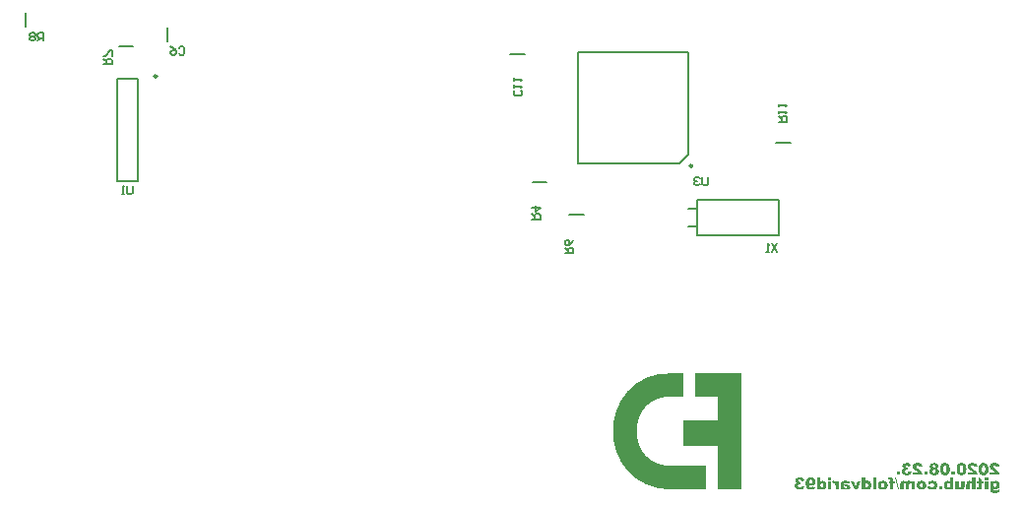
<source format=gbr>
%TF.GenerationSoftware,Altium Limited,Altium Designer,19.1.5 (86)*%
G04 Layer_Color=32896*
%FSLAX43Y43*%
%MOMM*%
%TF.FileFunction,Legend,Bot*%
%TF.Part,Single*%
G01*
G75*
%TA.AperFunction,NonConductor*%
%ADD42C,0.250*%
%ADD43C,0.254*%
%ADD44C,2.000*%
%ADD45C,0.150*%
%ADD46C,0.200*%
%ADD47R,2.000X10.000*%
%ADD48R,3.000X2.000*%
%ADD49R,4.445X2.270*%
%ADD50R,1.000X2.000*%
%ADD51R,3.000X2.000*%
G36*
X85614Y3784D02*
X85642Y3782D01*
X85668Y3777D01*
X85692Y3771D01*
X85714Y3765D01*
X85734Y3760D01*
X85751Y3754D01*
X85768Y3747D01*
X85783Y3741D01*
X85794Y3736D01*
X85803Y3730D01*
X85812Y3725D01*
X85818Y3723D01*
X85820Y3719D01*
X85821D01*
X85855Y3691D01*
X85881Y3660D01*
X85903Y3627D01*
X85920Y3595D01*
X85933Y3567D01*
X85936Y3554D01*
X85942Y3543D01*
X85944Y3536D01*
X85945Y3528D01*
X85947Y3525D01*
Y3523D01*
X85681Y3477D01*
X85675Y3502D01*
X85670Y3525D01*
X85662Y3541D01*
X85657Y3556D01*
X85649Y3567D01*
X85646Y3575D01*
X85642Y3578D01*
X85640Y3580D01*
X85627Y3591D01*
X85614Y3599D01*
X85601Y3604D01*
X85588Y3608D01*
X85575Y3610D01*
X85566Y3612D01*
X85558D01*
X85540Y3610D01*
X85525Y3608D01*
X85512Y3602D01*
X85501Y3599D01*
X85492Y3593D01*
X85486Y3588D01*
X85483Y3586D01*
X85481Y3584D01*
X85471Y3573D01*
X85464Y3560D01*
X85460Y3549D01*
X85457Y3536D01*
X85455Y3527D01*
X85453Y3517D01*
Y3512D01*
Y3510D01*
X85455Y3493D01*
X85458Y3477D01*
X85466Y3462D01*
X85471Y3451D01*
X85479Y3440D01*
X85486Y3432D01*
X85490Y3428D01*
X85492Y3427D01*
X85507Y3415D01*
X85521Y3408D01*
X85538Y3401D01*
X85551Y3397D01*
X85564Y3395D01*
X85575Y3393D01*
X85596D01*
X85608Y3395D01*
X85621D01*
X85634Y3195D01*
X85614Y3201D01*
X85596Y3204D01*
X85581Y3208D01*
X85568Y3210D01*
X85557Y3212D01*
X85544D01*
X85521Y3210D01*
X85501Y3206D01*
X85484Y3199D01*
X85470Y3193D01*
X85458Y3186D01*
X85451Y3178D01*
X85446Y3175D01*
X85444Y3173D01*
X85431Y3156D01*
X85421Y3140D01*
X85416Y3121D01*
X85410Y3104D01*
X85408Y3088D01*
X85407Y3075D01*
Y3067D01*
Y3064D01*
X85408Y3040D01*
X85412Y3017D01*
X85420Y2997D01*
X85425Y2982D01*
X85433Y2969D01*
X85440Y2960D01*
X85444Y2954D01*
X85446Y2953D01*
X85460Y2940D01*
X85475Y2928D01*
X85492Y2921D01*
X85507Y2917D01*
X85520Y2914D01*
X85531Y2912D01*
X85540D01*
X85560Y2914D01*
X85577Y2917D01*
X85594Y2921D01*
X85607Y2928D01*
X85616Y2934D01*
X85625Y2938D01*
X85629Y2941D01*
X85631Y2943D01*
X85642Y2958D01*
X85653Y2977D01*
X85668Y3016D01*
X85673Y3034D01*
X85677Y3049D01*
X85681Y3058D01*
Y3062D01*
X85962Y3023D01*
X85951Y2990D01*
X85938Y2958D01*
X85927Y2932D01*
X85914Y2908D01*
X85903Y2890D01*
X85894Y2877D01*
X85886Y2869D01*
X85884Y2866D01*
X85864Y2843D01*
X85842Y2825D01*
X85820Y2808D01*
X85799Y2795D01*
X85781Y2784D01*
X85766Y2777D01*
X85757Y2773D01*
X85753Y2771D01*
X85720Y2760D01*
X85684Y2753D01*
X85647Y2747D01*
X85612Y2743D01*
X85583Y2741D01*
X85568D01*
X85557Y2740D01*
X85534D01*
X85484Y2741D01*
X85438Y2747D01*
X85399Y2753D01*
X85366Y2762D01*
X85340Y2769D01*
X85329Y2773D01*
X85321Y2775D01*
X85314Y2779D01*
X85309Y2780D01*
X85307Y2782D01*
X85305D01*
X85273Y2801D01*
X85247Y2821D01*
X85225Y2841D01*
X85205Y2862D01*
X85190Y2880D01*
X85181Y2895D01*
X85173Y2904D01*
X85171Y2908D01*
X85155Y2940D01*
X85144Y2969D01*
X85134Y2997D01*
X85129Y3025D01*
X85125Y3047D01*
X85123Y3064D01*
Y3075D01*
Y3077D01*
Y3078D01*
X85125Y3104D01*
X85127Y3127D01*
X85133Y3147D01*
X85138Y3165D01*
X85144Y3178D01*
X85147Y3190D01*
X85151Y3197D01*
X85153Y3199D01*
X85164Y3217D01*
X85177Y3234D01*
X85190Y3249D01*
X85203Y3260D01*
X85214Y3269D01*
X85223Y3277D01*
X85229Y3280D01*
X85231Y3282D01*
X85244Y3290D01*
X85258Y3295D01*
X85286Y3306D01*
X85299Y3310D01*
X85310Y3314D01*
X85318Y3315D01*
X85320D01*
X85294Y3330D01*
X85271Y3347D01*
X85253Y3364D01*
X85238Y3377D01*
X85227Y3390D01*
X85220Y3399D01*
X85214Y3406D01*
X85212Y3408D01*
X85199Y3428D01*
X85190Y3449D01*
X85184Y3469D01*
X85179Y3488D01*
X85177Y3502D01*
X85175Y3515D01*
Y3523D01*
Y3527D01*
X85177Y3547D01*
X85179Y3567D01*
X85188Y3604D01*
X85203Y3636D01*
X85220Y3662D01*
X85236Y3684D01*
X85249Y3701D01*
X85260Y3710D01*
X85262Y3714D01*
X85264D01*
X85283Y3727D01*
X85301Y3738D01*
X85347Y3756D01*
X85394Y3769D01*
X85442Y3778D01*
X85464Y3782D01*
X85484Y3784D01*
X85503Y3786D01*
X85520D01*
X85534Y3788D01*
X85553D01*
X85614Y3784D01*
D02*
G37*
G36*
X93163Y3786D02*
X93208Y3782D01*
X93247Y3777D01*
X93278Y3769D01*
X93304Y3762D01*
X93322Y3756D01*
X93334Y3752D01*
X93335Y3751D01*
X93337D01*
X93367Y3736D01*
X93391Y3719D01*
X93413Y3702D01*
X93430Y3686D01*
X93445Y3671D01*
X93456Y3660D01*
X93461Y3652D01*
X93463Y3649D01*
X93478Y3621D01*
X93491Y3591D01*
X93500Y3562D01*
X93509Y3532D01*
X93515Y3504D01*
X93519Y3484D01*
X93521Y3475D01*
X93522Y3469D01*
Y3465D01*
Y3464D01*
X93239Y3441D01*
X93234Y3471D01*
X93228Y3495D01*
X93221Y3515D01*
X93213Y3532D01*
X93206Y3545D01*
X93200Y3554D01*
X93197Y3558D01*
X93195Y3560D01*
X93180Y3571D01*
X93165Y3580D01*
X93150Y3586D01*
X93137Y3591D01*
X93124Y3593D01*
X93115Y3595D01*
X93106D01*
X93087Y3593D01*
X93071Y3590D01*
X93056Y3584D01*
X93043Y3578D01*
X93032Y3573D01*
X93024Y3567D01*
X93021Y3564D01*
X93019Y3562D01*
X93008Y3549D01*
X92998Y3536D01*
X92993Y3523D01*
X92987Y3510D01*
X92985Y3499D01*
X92984Y3490D01*
Y3484D01*
Y3482D01*
X92985Y3465D01*
X92989Y3451D01*
X92995Y3434D01*
X93000Y3421D01*
X93008Y3408D01*
X93013Y3399D01*
X93017Y3393D01*
X93019Y3391D01*
X93026Y3382D01*
X93035Y3371D01*
X93058Y3349D01*
X93085Y3327D01*
X93111Y3303D01*
X93137Y3282D01*
X93158Y3265D01*
X93167Y3260D01*
X93173Y3254D01*
X93176Y3253D01*
X93178Y3251D01*
X93215Y3223D01*
X93248Y3197D01*
X93280Y3171D01*
X93308Y3147D01*
X93334Y3123D01*
X93356Y3103D01*
X93376Y3082D01*
X93393Y3064D01*
X93408Y3047D01*
X93422Y3032D01*
X93432Y3019D01*
X93441Y3010D01*
X93448Y3001D01*
X93452Y2995D01*
X93454Y2991D01*
X93456Y2990D01*
X93480Y2949D01*
X93500Y2906D01*
X93515Y2867D01*
X93526Y2832D01*
X93535Y2801D01*
X93537Y2788D01*
X93539Y2777D01*
X93541Y2769D01*
X93543Y2762D01*
Y2758D01*
Y2756D01*
X92695D01*
Y2986D01*
X93137D01*
X93110Y3010D01*
X93089Y3030D01*
X93082Y3036D01*
X93076Y3041D01*
X93073Y3043D01*
X93071Y3045D01*
X93058Y3056D01*
X93041Y3069D01*
X93021Y3082D01*
X93002Y3095D01*
X92984Y3108D01*
X92969Y3119D01*
X92960Y3127D01*
X92956Y3128D01*
X92930Y3147D01*
X92906Y3165D01*
X92884Y3184D01*
X92863Y3201D01*
X92847Y3217D01*
X92830Y3232D01*
X92802Y3260D01*
X92782Y3282D01*
X92769Y3299D01*
X92760Y3310D01*
X92758Y3314D01*
X92739Y3345D01*
X92726Y3377D01*
X92715Y3408D01*
X92710Y3434D01*
X92706Y3458D01*
X92702Y3477D01*
Y3482D01*
Y3488D01*
Y3490D01*
Y3491D01*
X92704Y3523D01*
X92710Y3552D01*
X92717Y3580D01*
X92726Y3602D01*
X92736Y3623D01*
X92743Y3636D01*
X92748Y3645D01*
X92750Y3649D01*
X92769Y3673D01*
X92791Y3695D01*
X92813Y3712D01*
X92834Y3727D01*
X92852Y3738D01*
X92869Y3747D01*
X92878Y3751D01*
X92880Y3752D01*
X92882D01*
X92915Y3764D01*
X92952Y3773D01*
X92991Y3778D01*
X93028Y3784D01*
X93061Y3786D01*
X93076D01*
X93089Y3788D01*
X93113D01*
X93163Y3786D01*
D02*
G37*
G36*
X91271D02*
X91315Y3782D01*
X91354Y3777D01*
X91386Y3769D01*
X91412Y3762D01*
X91430Y3756D01*
X91441Y3752D01*
X91443Y3751D01*
X91445D01*
X91475Y3736D01*
X91499Y3719D01*
X91521Y3702D01*
X91537Y3686D01*
X91552Y3671D01*
X91563Y3660D01*
X91569Y3652D01*
X91571Y3649D01*
X91586Y3621D01*
X91599Y3591D01*
X91608Y3562D01*
X91617Y3532D01*
X91623Y3504D01*
X91626Y3484D01*
X91628Y3475D01*
X91630Y3469D01*
Y3465D01*
Y3464D01*
X91347Y3441D01*
X91341Y3471D01*
X91336Y3495D01*
X91328Y3515D01*
X91321Y3532D01*
X91313Y3545D01*
X91308Y3554D01*
X91304Y3558D01*
X91302Y3560D01*
X91288Y3571D01*
X91273Y3580D01*
X91258Y3586D01*
X91245Y3591D01*
X91232Y3593D01*
X91223Y3595D01*
X91213D01*
X91195Y3593D01*
X91178Y3590D01*
X91163Y3584D01*
X91150Y3578D01*
X91139Y3573D01*
X91132Y3567D01*
X91128Y3564D01*
X91126Y3562D01*
X91115Y3549D01*
X91106Y3536D01*
X91100Y3523D01*
X91095Y3510D01*
X91093Y3499D01*
X91091Y3490D01*
Y3484D01*
Y3482D01*
X91093Y3465D01*
X91097Y3451D01*
X91102Y3434D01*
X91108Y3421D01*
X91115Y3408D01*
X91121Y3399D01*
X91125Y3393D01*
X91126Y3391D01*
X91134Y3382D01*
X91143Y3371D01*
X91165Y3349D01*
X91193Y3327D01*
X91219Y3303D01*
X91245Y3282D01*
X91265Y3265D01*
X91275Y3260D01*
X91280Y3254D01*
X91284Y3253D01*
X91286Y3251D01*
X91323Y3223D01*
X91356Y3197D01*
X91387Y3171D01*
X91415Y3147D01*
X91441Y3123D01*
X91463Y3103D01*
X91484Y3082D01*
X91500Y3064D01*
X91515Y3047D01*
X91530Y3032D01*
X91539Y3019D01*
X91549Y3010D01*
X91556Y3001D01*
X91560Y2995D01*
X91562Y2991D01*
X91563Y2990D01*
X91587Y2949D01*
X91608Y2906D01*
X91623Y2867D01*
X91634Y2832D01*
X91643Y2801D01*
X91645Y2788D01*
X91647Y2777D01*
X91649Y2769D01*
X91650Y2762D01*
Y2758D01*
Y2756D01*
X90802D01*
Y2986D01*
X91245D01*
X91217Y3010D01*
X91197Y3030D01*
X91189Y3036D01*
X91184Y3041D01*
X91180Y3043D01*
X91178Y3045D01*
X91165Y3056D01*
X91149Y3069D01*
X91128Y3082D01*
X91110Y3095D01*
X91091Y3108D01*
X91076Y3119D01*
X91067Y3127D01*
X91063Y3128D01*
X91038Y3147D01*
X91013Y3165D01*
X90991Y3184D01*
X90971Y3201D01*
X90954Y3217D01*
X90938Y3232D01*
X90910Y3260D01*
X90889Y3282D01*
X90876Y3299D01*
X90867Y3310D01*
X90865Y3314D01*
X90847Y3345D01*
X90834Y3377D01*
X90823Y3408D01*
X90817Y3434D01*
X90813Y3458D01*
X90810Y3477D01*
Y3482D01*
Y3488D01*
Y3490D01*
Y3491D01*
X90812Y3523D01*
X90817Y3552D01*
X90825Y3580D01*
X90834Y3602D01*
X90843Y3623D01*
X90851Y3636D01*
X90856Y3645D01*
X90858Y3649D01*
X90876Y3673D01*
X90899Y3695D01*
X90921Y3712D01*
X90941Y3727D01*
X90960Y3738D01*
X90976Y3747D01*
X90986Y3751D01*
X90988Y3752D01*
X90989D01*
X91023Y3764D01*
X91060Y3773D01*
X91099Y3778D01*
X91136Y3784D01*
X91169Y3786D01*
X91184D01*
X91197Y3788D01*
X91221D01*
X91271Y3786D01*
D02*
G37*
G36*
X86542D02*
X86586Y3782D01*
X86625Y3777D01*
X86657Y3769D01*
X86682Y3762D01*
X86701Y3756D01*
X86712Y3752D01*
X86714Y3751D01*
X86716D01*
X86745Y3736D01*
X86769Y3719D01*
X86792Y3702D01*
X86808Y3686D01*
X86823Y3671D01*
X86834Y3660D01*
X86840Y3652D01*
X86842Y3649D01*
X86856Y3621D01*
X86869Y3591D01*
X86879Y3562D01*
X86888Y3532D01*
X86894Y3504D01*
X86897Y3484D01*
X86899Y3475D01*
X86901Y3469D01*
Y3465D01*
Y3464D01*
X86618Y3441D01*
X86612Y3471D01*
X86607Y3495D01*
X86599Y3515D01*
X86592Y3532D01*
X86584Y3545D01*
X86579Y3554D01*
X86575Y3558D01*
X86573Y3560D01*
X86558Y3571D01*
X86544Y3580D01*
X86529Y3586D01*
X86516Y3591D01*
X86503Y3593D01*
X86494Y3595D01*
X86484D01*
X86466Y3593D01*
X86449Y3590D01*
X86434Y3584D01*
X86421Y3578D01*
X86410Y3573D01*
X86403Y3567D01*
X86399Y3564D01*
X86397Y3562D01*
X86386Y3549D01*
X86377Y3536D01*
X86371Y3523D01*
X86366Y3510D01*
X86364Y3499D01*
X86362Y3490D01*
Y3484D01*
Y3482D01*
X86364Y3465D01*
X86368Y3451D01*
X86373Y3434D01*
X86379Y3421D01*
X86386Y3408D01*
X86392Y3399D01*
X86395Y3393D01*
X86397Y3391D01*
X86405Y3382D01*
X86414Y3371D01*
X86436Y3349D01*
X86464Y3327D01*
X86490Y3303D01*
X86516Y3282D01*
X86536Y3265D01*
X86545Y3260D01*
X86551Y3254D01*
X86555Y3253D01*
X86557Y3251D01*
X86594Y3223D01*
X86627Y3197D01*
X86658Y3171D01*
X86686Y3147D01*
X86712Y3123D01*
X86734Y3103D01*
X86755Y3082D01*
X86771Y3064D01*
X86786Y3047D01*
X86801Y3032D01*
X86810Y3019D01*
X86819Y3010D01*
X86827Y3001D01*
X86831Y2995D01*
X86832Y2991D01*
X86834Y2990D01*
X86858Y2949D01*
X86879Y2906D01*
X86894Y2867D01*
X86905Y2832D01*
X86914Y2801D01*
X86916Y2788D01*
X86918Y2777D01*
X86919Y2769D01*
X86921Y2762D01*
Y2758D01*
Y2756D01*
X86073Y2756D01*
Y2986D01*
X86516Y2986D01*
X86488Y3010D01*
X86468Y3030D01*
X86460Y3036D01*
X86455Y3041D01*
X86451Y3043D01*
X86449Y3045D01*
X86436Y3056D01*
X86419Y3069D01*
X86399Y3082D01*
X86381Y3095D01*
X86362Y3108D01*
X86347Y3119D01*
X86338Y3127D01*
X86334Y3128D01*
X86308Y3147D01*
X86284Y3165D01*
X86262Y3184D01*
X86242Y3201D01*
X86225Y3217D01*
X86208Y3232D01*
X86181Y3260D01*
X86160Y3282D01*
X86147Y3299D01*
X86138Y3310D01*
X86136Y3314D01*
X86118Y3345D01*
X86105Y3377D01*
X86094Y3408D01*
X86088Y3434D01*
X86084Y3458D01*
X86081Y3477D01*
Y3482D01*
Y3488D01*
Y3490D01*
Y3491D01*
X86082Y3523D01*
X86088Y3552D01*
X86095Y3580D01*
X86105Y3602D01*
X86114Y3623D01*
X86121Y3636D01*
X86127Y3645D01*
X86129Y3649D01*
X86147Y3673D01*
X86170Y3695D01*
X86192Y3712D01*
X86212Y3727D01*
X86231Y3738D01*
X86247Y3747D01*
X86257Y3751D01*
X86258Y3752D01*
X86260D01*
X86294Y3764D01*
X86331Y3773D01*
X86369Y3778D01*
X86407Y3784D01*
X86440Y3786D01*
X86455D01*
X86468Y3788D01*
X86492D01*
X86542Y3786D01*
D02*
G37*
G36*
X89710Y2756D02*
X89408D01*
Y3040D01*
X89710D01*
Y2756D01*
D02*
G37*
G36*
X87345D02*
X87044D01*
Y3040D01*
X87345D01*
Y2756D01*
D02*
G37*
G36*
X84981Y2756D02*
X84679D01*
Y3040D01*
X84981D01*
Y2756D01*
D02*
G37*
G36*
X92193Y3786D02*
X92230Y3782D01*
X92263Y3777D01*
X92295Y3769D01*
X92323Y3760D01*
X92349Y3751D01*
X92373Y3740D01*
X92393Y3730D01*
X92411Y3719D01*
X92428Y3708D01*
X92441Y3699D01*
X92452Y3690D01*
X92461Y3682D01*
X92467Y3677D01*
X92471Y3673D01*
X92473Y3671D01*
X92491Y3647D01*
X92506Y3621D01*
X92521Y3591D01*
X92532Y3560D01*
X92550Y3493D01*
X92563Y3427D01*
X92567Y3395D01*
X92571Y3365D01*
X92573Y3338D01*
X92574Y3314D01*
X92576Y3295D01*
Y3280D01*
Y3271D01*
Y3267D01*
X92574Y3225D01*
X92573Y3184D01*
X92569Y3147D01*
X92565Y3115D01*
X92561Y3088D01*
X92560Y3067D01*
X92558Y3060D01*
X92556Y3054D01*
Y3053D01*
Y3051D01*
X92548Y3017D01*
X92539Y2986D01*
X92530Y2960D01*
X92521Y2940D01*
X92513Y2921D01*
X92506Y2910D01*
X92502Y2901D01*
X92500Y2899D01*
X92480Y2871D01*
X92458Y2847D01*
X92437Y2827D01*
X92415Y2810D01*
X92398Y2797D01*
X92384Y2788D01*
X92374Y2782D01*
X92371Y2780D01*
X92339Y2767D01*
X92304Y2756D01*
X92269Y2749D01*
X92236Y2745D01*
X92206Y2741D01*
X92195D01*
X92184Y2740D01*
X92161D01*
X92121Y2741D01*
X92082Y2745D01*
X92047Y2751D01*
X92015Y2760D01*
X91986Y2769D01*
X91960Y2780D01*
X91936Y2791D01*
X91915Y2804D01*
X91897Y2816D01*
X91882Y2827D01*
X91869Y2838D01*
X91858Y2847D01*
X91849Y2856D01*
X91843Y2862D01*
X91841Y2866D01*
X91839Y2867D01*
X91823Y2893D01*
X91808Y2921D01*
X91795Y2953D01*
X91784Y2984D01*
X91767Y3051D01*
X91756Y3117D01*
X91752Y3149D01*
X91750Y3177D01*
X91749Y3203D01*
X91747Y3227D01*
X91745Y3245D01*
Y3258D01*
Y3267D01*
Y3271D01*
X91747Y3315D01*
X91749Y3360D01*
X91754Y3399D01*
X91760Y3434D01*
X91765Y3464D01*
X91767Y3477D01*
X91769Y3486D01*
X91771Y3495D01*
X91773Y3501D01*
X91774Y3504D01*
Y3506D01*
X91780Y3528D01*
X91787Y3547D01*
X91793Y3565D01*
X91799Y3580D01*
X91804Y3593D01*
X91810Y3602D01*
X91812Y3608D01*
X91813Y3610D01*
X91834Y3643D01*
X91845Y3658D01*
X91856Y3669D01*
X91865Y3680D01*
X91873Y3688D01*
X91878Y3693D01*
X91880Y3695D01*
X91897Y3710D01*
X91913Y3723D01*
X91932Y3734D01*
X91949Y3743D01*
X91963Y3751D01*
X91976Y3758D01*
X91984Y3760D01*
X91987Y3762D01*
X92013Y3771D01*
X92041Y3777D01*
X92069Y3782D01*
X92095Y3784D01*
X92119Y3786D01*
X92137Y3788D01*
X92154D01*
X92193Y3786D01*
D02*
G37*
G36*
X90301D02*
X90338Y3782D01*
X90371Y3777D01*
X90402Y3769D01*
X90430Y3760D01*
X90456Y3751D01*
X90480Y3740D01*
X90501Y3730D01*
X90519Y3719D01*
X90536Y3708D01*
X90549Y3699D01*
X90560Y3690D01*
X90569Y3682D01*
X90575Y3677D01*
X90578Y3673D01*
X90580Y3671D01*
X90599Y3647D01*
X90614Y3621D01*
X90628Y3591D01*
X90639Y3560D01*
X90658Y3493D01*
X90671Y3427D01*
X90675Y3395D01*
X90678Y3365D01*
X90680Y3338D01*
X90682Y3314D01*
X90684Y3295D01*
Y3280D01*
Y3271D01*
Y3267D01*
X90682Y3225D01*
X90680Y3184D01*
X90676Y3147D01*
X90673Y3115D01*
X90669Y3088D01*
X90667Y3067D01*
X90665Y3060D01*
X90663Y3054D01*
Y3053D01*
Y3051D01*
X90656Y3017D01*
X90647Y2986D01*
X90638Y2960D01*
X90628Y2940D01*
X90621Y2921D01*
X90614Y2910D01*
X90610Y2901D01*
X90608Y2899D01*
X90588Y2871D01*
X90565Y2847D01*
X90545Y2827D01*
X90523Y2810D01*
X90506Y2797D01*
X90491Y2788D01*
X90482Y2782D01*
X90478Y2780D01*
X90447Y2767D01*
X90412Y2756D01*
X90376Y2749D01*
X90343Y2745D01*
X90314Y2741D01*
X90302D01*
X90291Y2740D01*
X90269D01*
X90228Y2741D01*
X90189Y2745D01*
X90154Y2751D01*
X90123Y2760D01*
X90093Y2769D01*
X90067Y2780D01*
X90043Y2791D01*
X90023Y2804D01*
X90004Y2816D01*
X89989Y2827D01*
X89977Y2838D01*
X89965Y2847D01*
X89956Y2856D01*
X89951Y2862D01*
X89949Y2866D01*
X89947Y2867D01*
X89930Y2893D01*
X89915Y2921D01*
X89902Y2953D01*
X89891Y2984D01*
X89875Y3051D01*
X89864Y3117D01*
X89860Y3149D01*
X89858Y3177D01*
X89856Y3203D01*
X89854Y3227D01*
X89852Y3245D01*
Y3258D01*
Y3267D01*
Y3271D01*
X89854Y3315D01*
X89856Y3360D01*
X89862Y3399D01*
X89867Y3434D01*
X89873Y3464D01*
X89875Y3477D01*
X89877Y3486D01*
X89878Y3495D01*
X89880Y3501D01*
X89882Y3504D01*
Y3506D01*
X89888Y3528D01*
X89895Y3547D01*
X89901Y3565D01*
X89906Y3580D01*
X89912Y3593D01*
X89917Y3602D01*
X89919Y3608D01*
X89921Y3610D01*
X89941Y3643D01*
X89952Y3658D01*
X89964Y3669D01*
X89973Y3680D01*
X89980Y3688D01*
X89986Y3693D01*
X89988Y3695D01*
X90004Y3710D01*
X90021Y3723D01*
X90039Y3734D01*
X90056Y3743D01*
X90071Y3751D01*
X90084Y3758D01*
X90091Y3760D01*
X90095Y3762D01*
X90121Y3771D01*
X90149Y3777D01*
X90177Y3782D01*
X90202Y3784D01*
X90227Y3786D01*
X90245Y3788D01*
X90262D01*
X90301Y3786D01*
D02*
G37*
G36*
X88882D02*
X88919Y3782D01*
X88953Y3777D01*
X88984Y3769D01*
X89012Y3760D01*
X89038Y3751D01*
X89062Y3740D01*
X89082Y3730D01*
X89101Y3719D01*
X89117Y3708D01*
X89130Y3699D01*
X89141Y3690D01*
X89151Y3682D01*
X89156Y3677D01*
X89160Y3673D01*
X89162Y3671D01*
X89180Y3647D01*
X89195Y3621D01*
X89210Y3591D01*
X89221Y3560D01*
X89240Y3493D01*
X89253Y3427D01*
X89256Y3395D01*
X89260Y3365D01*
X89262Y3338D01*
X89264Y3314D01*
X89266Y3295D01*
Y3280D01*
Y3271D01*
Y3267D01*
X89264Y3225D01*
X89262Y3184D01*
X89258Y3147D01*
X89254Y3115D01*
X89251Y3088D01*
X89249Y3067D01*
X89247Y3060D01*
X89245Y3054D01*
Y3053D01*
Y3051D01*
X89238Y3017D01*
X89228Y2986D01*
X89219Y2960D01*
X89210Y2940D01*
X89203Y2921D01*
X89195Y2910D01*
X89191Y2901D01*
X89190Y2899D01*
X89169Y2871D01*
X89147Y2847D01*
X89127Y2827D01*
X89104Y2810D01*
X89088Y2797D01*
X89073Y2788D01*
X89064Y2782D01*
X89060Y2780D01*
X89028Y2767D01*
X88993Y2756D01*
X88958Y2749D01*
X88925Y2745D01*
X88895Y2741D01*
X88884D01*
X88873Y2740D01*
X88851D01*
X88810Y2741D01*
X88771Y2745D01*
X88736Y2751D01*
X88704Y2760D01*
X88675Y2769D01*
X88649Y2780D01*
X88625Y2791D01*
X88604Y2804D01*
X88586Y2816D01*
X88571Y2827D01*
X88558Y2838D01*
X88547Y2847D01*
X88538Y2856D01*
X88532Y2862D01*
X88530Y2866D01*
X88529Y2867D01*
X88512Y2893D01*
X88497Y2921D01*
X88484Y2953D01*
X88473Y2984D01*
X88456Y3051D01*
X88445Y3117D01*
X88442Y3149D01*
X88440Y3177D01*
X88438Y3203D01*
X88436Y3227D01*
X88434Y3245D01*
Y3258D01*
Y3267D01*
Y3271D01*
X88436Y3315D01*
X88438Y3360D01*
X88443Y3399D01*
X88449Y3434D01*
X88454Y3464D01*
X88456Y3477D01*
X88458Y3486D01*
X88460Y3495D01*
X88462Y3501D01*
X88464Y3504D01*
Y3506D01*
X88469Y3528D01*
X88477Y3547D01*
X88482Y3565D01*
X88488Y3580D01*
X88493Y3593D01*
X88499Y3602D01*
X88501Y3608D01*
X88503Y3610D01*
X88523Y3643D01*
X88534Y3658D01*
X88545Y3669D01*
X88554Y3680D01*
X88562Y3688D01*
X88567Y3693D01*
X88569Y3695D01*
X88586Y3710D01*
X88603Y3723D01*
X88621Y3734D01*
X88638Y3743D01*
X88653Y3751D01*
X88666Y3758D01*
X88673Y3760D01*
X88677Y3762D01*
X88703Y3771D01*
X88730Y3777D01*
X88758Y3782D01*
X88784Y3784D01*
X88808Y3786D01*
X88827Y3788D01*
X88843D01*
X88882Y3786D01*
D02*
G37*
G36*
X87977D02*
X88025Y3778D01*
X88067Y3767D01*
X88103Y3756D01*
X88117Y3751D01*
X88130Y3745D01*
X88143Y3740D01*
X88153Y3734D01*
X88160Y3730D01*
X88166Y3727D01*
X88167Y3725D01*
X88169D01*
X88190Y3710D01*
X88208Y3693D01*
X88225Y3675D01*
X88238Y3658D01*
X88249Y3641D01*
X88258Y3623D01*
X88273Y3591D01*
X88282Y3562D01*
X88284Y3549D01*
X88286Y3538D01*
X88288Y3530D01*
Y3523D01*
Y3519D01*
Y3517D01*
X88286Y3490D01*
X88282Y3464D01*
X88275Y3440D01*
X88267Y3419D01*
X88260Y3403D01*
X88253Y3391D01*
X88249Y3382D01*
X88247Y3380D01*
X88234Y3365D01*
X88219Y3351D01*
X88203Y3338D01*
X88188Y3325D01*
X88173Y3315D01*
X88162Y3308D01*
X88155Y3304D01*
X88151Y3303D01*
X88180Y3290D01*
X88208Y3273D01*
X88229Y3258D01*
X88247Y3241D01*
X88262Y3228D01*
X88271Y3217D01*
X88277Y3210D01*
X88279Y3206D01*
X88292Y3182D01*
X88303Y3156D01*
X88310Y3132D01*
X88314Y3108D01*
X88317Y3086D01*
X88319Y3069D01*
Y3058D01*
Y3056D01*
Y3054D01*
X88317Y3021D01*
X88312Y2990D01*
X88306Y2962D01*
X88297Y2938D01*
X88290Y2917D01*
X88284Y2903D01*
X88279Y2893D01*
X88277Y2890D01*
X88258Y2864D01*
X88238Y2841D01*
X88216Y2821D01*
X88195Y2806D01*
X88177Y2793D01*
X88162Y2784D01*
X88151Y2779D01*
X88147Y2777D01*
X88112Y2764D01*
X88071Y2754D01*
X88030Y2749D01*
X87990Y2745D01*
X87955Y2741D01*
X87940D01*
X87925Y2740D01*
X87867D01*
X87838Y2741D01*
X87810Y2745D01*
X87786Y2749D01*
X87766Y2751D01*
X87751Y2754D01*
X87742Y2756D01*
X87738D01*
X87710Y2764D01*
X87684Y2771D01*
X87664Y2780D01*
X87645Y2788D01*
X87630Y2797D01*
X87619Y2803D01*
X87612Y2806D01*
X87610Y2808D01*
X87592Y2823D01*
X87575Y2840D01*
X87560Y2856D01*
X87547Y2873D01*
X87536Y2888D01*
X87529Y2899D01*
X87525Y2906D01*
X87523Y2910D01*
X87512Y2936D01*
X87503Y2960D01*
X87497Y2984D01*
X87492Y3006D01*
X87490Y3025D01*
X87488Y3040D01*
Y3049D01*
Y3053D01*
X87490Y3082D01*
X87493Y3108D01*
X87501Y3134D01*
X87508Y3154D01*
X87516Y3173D01*
X87523Y3186D01*
X87527Y3193D01*
X87529Y3197D01*
X87545Y3221D01*
X87566Y3241D01*
X87586Y3260D01*
X87606Y3275D01*
X87625Y3286D01*
X87640Y3295D01*
X87649Y3301D01*
X87651Y3303D01*
X87653D01*
X87630Y3317D01*
X87612Y3334D01*
X87595Y3347D01*
X87582Y3360D01*
X87573Y3371D01*
X87566Y3380D01*
X87562Y3386D01*
X87560Y3388D01*
X87547Y3410D01*
X87538Y3432D01*
X87530Y3454D01*
X87527Y3475D01*
X87523Y3491D01*
X87521Y3504D01*
Y3512D01*
Y3515D01*
X87523Y3538D01*
X87525Y3558D01*
X87536Y3595D01*
X87553Y3628D01*
X87569Y3656D01*
X87588Y3678D01*
X87605Y3695D01*
X87616Y3706D01*
X87618Y3710D01*
X87619D01*
X87640Y3723D01*
X87660Y3736D01*
X87708Y3754D01*
X87758Y3769D01*
X87806Y3778D01*
X87830Y3782D01*
X87851Y3784D01*
X87871Y3786D01*
X87888D01*
X87901Y3788D01*
X87921D01*
X87977Y3786D01*
D02*
G37*
G36*
X92550Y2327D02*
X92269D01*
Y2520D01*
X92550D01*
Y2327D01*
D02*
G37*
G36*
X79074Y2327D02*
X78793D01*
Y2520D01*
X79074D01*
Y2327D01*
D02*
G37*
G36*
X76408Y2533D02*
X76435Y2531D01*
X76461Y2526D01*
X76485Y2520D01*
X76508Y2514D01*
X76528Y2509D01*
X76545Y2503D01*
X76561Y2496D01*
X76576Y2490D01*
X76587Y2485D01*
X76596Y2479D01*
X76606Y2474D01*
X76611Y2472D01*
X76613Y2468D01*
X76615D01*
X76648Y2440D01*
X76674Y2409D01*
X76696Y2376D01*
X76713Y2344D01*
X76726Y2316D01*
X76730Y2303D01*
X76735Y2292D01*
X76737Y2285D01*
X76739Y2277D01*
X76741Y2274D01*
Y2272D01*
X76474Y2226D01*
X76469Y2252D01*
X76463Y2274D01*
X76456Y2290D01*
X76450Y2305D01*
X76443Y2316D01*
X76439Y2324D01*
X76435Y2327D01*
X76433Y2329D01*
X76421Y2340D01*
X76408Y2348D01*
X76395Y2353D01*
X76382Y2357D01*
X76369Y2359D01*
X76359Y2361D01*
X76352D01*
X76334Y2359D01*
X76319Y2357D01*
X76306Y2352D01*
X76295Y2348D01*
X76285Y2342D01*
X76280Y2337D01*
X76276Y2335D01*
X76274Y2333D01*
X76265Y2322D01*
X76258Y2309D01*
X76254Y2298D01*
X76250Y2285D01*
X76248Y2276D01*
X76246Y2266D01*
Y2261D01*
Y2259D01*
X76248Y2242D01*
X76252Y2226D01*
X76259Y2211D01*
X76265Y2200D01*
X76272Y2189D01*
X76280Y2181D01*
X76284Y2177D01*
X76285Y2176D01*
X76300Y2164D01*
X76315Y2157D01*
X76332Y2150D01*
X76345Y2146D01*
X76358Y2144D01*
X76369Y2142D01*
X76389D01*
X76402Y2144D01*
X76415D01*
X76428Y1944D01*
X76408Y1950D01*
X76389Y1953D01*
X76374Y1957D01*
X76361Y1959D01*
X76350Y1961D01*
X76337D01*
X76315Y1959D01*
X76295Y1955D01*
X76278Y1948D01*
X76263Y1942D01*
X76252Y1935D01*
X76245Y1927D01*
X76239Y1924D01*
X76237Y1922D01*
X76224Y1905D01*
X76215Y1889D01*
X76209Y1870D01*
X76204Y1853D01*
X76202Y1837D01*
X76200Y1824D01*
Y1816D01*
Y1813D01*
X76202Y1789D01*
X76206Y1766D01*
X76213Y1746D01*
X76219Y1731D01*
X76226Y1718D01*
X76234Y1709D01*
X76237Y1703D01*
X76239Y1702D01*
X76254Y1689D01*
X76269Y1678D01*
X76285Y1670D01*
X76300Y1666D01*
X76313Y1663D01*
X76324Y1661D01*
X76334D01*
X76354Y1663D01*
X76371Y1666D01*
X76387Y1670D01*
X76400Y1678D01*
X76409Y1683D01*
X76419Y1687D01*
X76422Y1690D01*
X76424Y1692D01*
X76435Y1707D01*
X76446Y1726D01*
X76461Y1765D01*
X76467Y1783D01*
X76471Y1798D01*
X76474Y1807D01*
Y1811D01*
X76756Y1772D01*
X76745Y1739D01*
X76732Y1707D01*
X76720Y1681D01*
X76708Y1657D01*
X76696Y1639D01*
X76687Y1626D01*
X76680Y1618D01*
X76678Y1615D01*
X76658Y1592D01*
X76635Y1574D01*
X76613Y1557D01*
X76593Y1544D01*
X76574Y1533D01*
X76559Y1526D01*
X76550Y1522D01*
X76546Y1520D01*
X76513Y1509D01*
X76478Y1502D01*
X76441Y1496D01*
X76406Y1492D01*
X76376Y1490D01*
X76361D01*
X76350Y1489D01*
X76328D01*
X76278Y1490D01*
X76232Y1496D01*
X76193Y1502D01*
X76159Y1511D01*
X76134Y1518D01*
X76122Y1522D01*
X76115Y1524D01*
X76108Y1528D01*
X76102Y1529D01*
X76100Y1531D01*
X76098D01*
X76067Y1550D01*
X76041Y1570D01*
X76019Y1590D01*
X75998Y1611D01*
X75984Y1629D01*
X75974Y1644D01*
X75967Y1653D01*
X75965Y1657D01*
X75948Y1689D01*
X75937Y1718D01*
X75928Y1746D01*
X75922Y1774D01*
X75919Y1796D01*
X75917Y1813D01*
Y1824D01*
Y1826D01*
Y1827D01*
X75919Y1853D01*
X75921Y1876D01*
X75926Y1896D01*
X75932Y1915D01*
X75937Y1927D01*
X75941Y1939D01*
X75945Y1946D01*
X75947Y1948D01*
X75958Y1966D01*
X75971Y1983D01*
X75984Y1998D01*
X75996Y2009D01*
X76008Y2018D01*
X76017Y2026D01*
X76022Y2029D01*
X76024Y2031D01*
X76037Y2039D01*
X76052Y2044D01*
X76080Y2055D01*
X76093Y2059D01*
X76104Y2063D01*
X76111Y2065D01*
X76113D01*
X76087Y2079D01*
X76065Y2096D01*
X76047Y2113D01*
X76032Y2126D01*
X76021Y2139D01*
X76013Y2148D01*
X76008Y2155D01*
X76006Y2157D01*
X75993Y2177D01*
X75984Y2198D01*
X75978Y2218D01*
X75972Y2237D01*
X75971Y2252D01*
X75969Y2264D01*
Y2272D01*
Y2276D01*
X75971Y2296D01*
X75972Y2316D01*
X75982Y2353D01*
X75996Y2385D01*
X76013Y2411D01*
X76030Y2433D01*
X76043Y2450D01*
X76054Y2459D01*
X76056Y2463D01*
X76058D01*
X76076Y2476D01*
X76095Y2487D01*
X76141Y2505D01*
X76187Y2518D01*
X76235Y2527D01*
X76258Y2531D01*
X76278Y2533D01*
X76296Y2535D01*
X76313D01*
X76328Y2537D01*
X76346D01*
X76408Y2533D01*
D02*
G37*
G36*
X89565Y1505D02*
X89303D01*
Y1613D01*
X89282Y1589D01*
X89264Y1570D01*
X89245Y1553D01*
X89230Y1540D01*
X89217Y1531D01*
X89208Y1526D01*
X89203Y1522D01*
X89201Y1520D01*
X89177Y1509D01*
X89154Y1502D01*
X89130Y1496D01*
X89110Y1492D01*
X89091Y1490D01*
X89078Y1489D01*
X89066D01*
X89034Y1490D01*
X89004Y1496D01*
X88977Y1503D01*
X88954Y1511D01*
X88934Y1518D01*
X88921Y1526D01*
X88912Y1531D01*
X88908Y1533D01*
X88882Y1552D01*
X88862Y1574D01*
X88841Y1596D01*
X88827Y1618D01*
X88814Y1639D01*
X88804Y1655D01*
X88799Y1666D01*
X88797Y1668D01*
Y1670D01*
X88784Y1705D01*
X88773Y1742D01*
X88766Y1777D01*
X88762Y1811D01*
X88758Y1840D01*
Y1852D01*
X88756Y1863D01*
Y1872D01*
Y1877D01*
Y1881D01*
Y1883D01*
X88758Y1916D01*
X88760Y1946D01*
X88764Y1976D01*
X88769Y2002D01*
X88777Y2027D01*
X88784Y2050D01*
X88791Y2070D01*
X88801Y2089D01*
X88808Y2105D01*
X88817Y2118D01*
X88825Y2131D01*
X88830Y2140D01*
X88838Y2150D01*
X88841Y2155D01*
X88843Y2157D01*
X88845Y2159D01*
X88862Y2176D01*
X88880Y2192D01*
X88897Y2205D01*
X88917Y2216D01*
X88954Y2233D01*
X88990Y2244D01*
X89019Y2252D01*
X89034Y2253D01*
X89045Y2255D01*
X89054Y2257D01*
X89091D01*
X89114Y2253D01*
X89134Y2250D01*
X89151Y2246D01*
X89166Y2242D01*
X89177Y2239D01*
X89184Y2237D01*
X89186Y2235D01*
X89204Y2226D01*
X89223Y2214D01*
X89240Y2203D01*
X89253Y2194D01*
X89264Y2183D01*
X89273Y2176D01*
X89278Y2170D01*
X89280Y2168D01*
Y2520D01*
X89565D01*
Y1505D01*
D02*
G37*
G36*
X91460D02*
X91178D01*
Y1857D01*
X91176Y1892D01*
X91173Y1922D01*
X91169Y1946D01*
X91162Y1966D01*
X91156Y1979D01*
X91152Y1990D01*
X91149Y1996D01*
X91147Y1998D01*
X91134Y2011D01*
X91121Y2020D01*
X91106Y2027D01*
X91093Y2031D01*
X91082Y2035D01*
X91073Y2037D01*
X91063D01*
X91047Y2035D01*
X91032Y2033D01*
X91021Y2027D01*
X91010Y2022D01*
X91002Y2016D01*
X90997Y2013D01*
X90993Y2009D01*
X90991Y2007D01*
X90982Y1994D01*
X90976Y1979D01*
X90969Y1948D01*
X90967Y1933D01*
X90965Y1920D01*
Y1913D01*
Y1909D01*
Y1505D01*
X90682D01*
Y1972D01*
X90686Y2022D01*
X90693Y2066D01*
X90702Y2103D01*
X90715Y2133D01*
X90728Y2157D01*
X90738Y2174D01*
X90745Y2183D01*
X90749Y2187D01*
X90776Y2211D01*
X90804Y2227D01*
X90836Y2240D01*
X90863Y2248D01*
X90889Y2253D01*
X90912Y2255D01*
X90919Y2257D01*
X90930D01*
X90958Y2255D01*
X90984Y2253D01*
X91008Y2250D01*
X91026Y2244D01*
X91043Y2239D01*
X91054Y2235D01*
X91063Y2233D01*
X91065Y2231D01*
X91086Y2220D01*
X91106Y2207D01*
X91125Y2192D01*
X91143Y2179D01*
X91158Y2166D01*
X91169Y2155D01*
X91176Y2148D01*
X91178Y2146D01*
Y2520D01*
X91460D01*
Y1505D01*
D02*
G37*
G36*
X93267Y2255D02*
X93291Y2253D01*
X93334Y2242D01*
X93371Y2229D01*
X93402Y2213D01*
X93428Y2196D01*
X93447Y2181D01*
X93452Y2176D01*
X93458Y2170D01*
X93460Y2168D01*
X93461Y2166D01*
X93476Y2148D01*
X93487Y2129D01*
X93508Y2087D01*
X93522Y2044D01*
X93532Y2002D01*
X93539Y1965D01*
X93541Y1948D01*
Y1933D01*
X93543Y1922D01*
Y1913D01*
Y1907D01*
Y1905D01*
X93541Y1852D01*
X93534Y1803D01*
X93522Y1763D01*
X93511Y1727D01*
X93506Y1713D01*
X93500Y1700D01*
X93495Y1689D01*
X93489Y1679D01*
X93485Y1672D01*
X93482Y1666D01*
X93480Y1665D01*
Y1663D01*
X93461Y1640D01*
X93443Y1620D01*
X93422Y1603D01*
X93404Y1589D01*
X93384Y1576D01*
X93363Y1566D01*
X93345Y1557D01*
X93326Y1552D01*
X93293Y1542D01*
X93278Y1539D01*
X93265Y1537D01*
X93256Y1535D01*
X93241D01*
X93213Y1537D01*
X93187Y1540D01*
X93163Y1546D01*
X93141Y1552D01*
X93124Y1557D01*
X93110Y1563D01*
X93102Y1566D01*
X93098Y1568D01*
X93084Y1578D01*
X93069Y1589D01*
X93054Y1600D01*
X93041Y1613D01*
X93030Y1622D01*
X93023Y1631D01*
X93017Y1637D01*
X93015Y1639D01*
Y1528D01*
X93017Y1500D01*
X93021Y1478D01*
X93024Y1459D01*
X93030Y1442D01*
X93037Y1431D01*
X93041Y1424D01*
X93045Y1418D01*
X93047Y1416D01*
X93060Y1405D01*
X93074Y1398D01*
X93089Y1390D01*
X93104Y1387D01*
X93117Y1385D01*
X93128Y1383D01*
X93139D01*
X93156Y1385D01*
X93171Y1387D01*
X93184Y1390D01*
X93195Y1394D01*
X93204Y1398D01*
X93211Y1402D01*
X93215Y1405D01*
X93217D01*
X93224Y1413D01*
X93232Y1420D01*
X93241Y1437D01*
X93245Y1444D01*
X93247Y1452D01*
X93248Y1455D01*
Y1457D01*
X93522Y1489D01*
Y1474D01*
Y1463D01*
Y1453D01*
Y1452D01*
X93521Y1431D01*
X93519Y1413D01*
X93509Y1378D01*
X93497Y1346D01*
X93482Y1322D01*
X93467Y1302D01*
X93454Y1287D01*
X93445Y1278D01*
X93441Y1274D01*
X93424Y1263D01*
X93404Y1252D01*
X93382Y1242D01*
X93358Y1235D01*
X93308Y1224D01*
X93258Y1216D01*
X93234Y1213D01*
X93210Y1211D01*
X93189Y1209D01*
X93171D01*
X93156Y1207D01*
X93100D01*
X93069Y1211D01*
X93039Y1213D01*
X93013Y1216D01*
X92993Y1220D01*
X92978Y1222D01*
X92969Y1226D01*
X92965D01*
X92937Y1233D01*
X92913Y1242D01*
X92893Y1250D01*
X92874Y1259D01*
X92860Y1268D01*
X92850Y1276D01*
X92843Y1279D01*
X92841Y1281D01*
X92823Y1296D01*
X92808Y1313D01*
X92793Y1331D01*
X92782Y1346D01*
X92773Y1361D01*
X92767Y1372D01*
X92763Y1381D01*
X92761Y1383D01*
X92752Y1407D01*
X92745Y1429D01*
X92739Y1452D01*
X92736Y1472D01*
X92734Y1489D01*
X92732Y1502D01*
Y1509D01*
Y1513D01*
Y1546D01*
Y2240D01*
X92997D01*
Y2131D01*
X93015Y2155D01*
X93034Y2174D01*
X93050Y2190D01*
X93067Y2205D01*
X93080Y2214D01*
X93091Y2222D01*
X93098Y2226D01*
X93100Y2227D01*
X93122Y2237D01*
X93147Y2244D01*
X93171Y2250D01*
X93193Y2253D01*
X93213Y2255D01*
X93228Y2257D01*
X93243D01*
X93267Y2255D01*
D02*
G37*
G36*
X85766Y2255D02*
X85794Y2253D01*
X85818Y2248D01*
X85838Y2242D01*
X85855Y2237D01*
X85866Y2233D01*
X85875Y2229D01*
X85877Y2227D01*
X85899Y2214D01*
X85920Y2202D01*
X85938Y2185D01*
X85957Y2168D01*
X85971Y2155D01*
X85982Y2142D01*
X85990Y2135D01*
X85992Y2131D01*
Y2240D01*
X86255D01*
Y1505D01*
X85971D01*
Y1879D01*
X85970Y1909D01*
X85966Y1933D01*
X85962Y1953D01*
X85957Y1970D01*
X85951Y1983D01*
X85945Y1992D01*
X85944Y1998D01*
X85942Y2000D01*
X85929Y2013D01*
X85916Y2022D01*
X85903Y2027D01*
X85890Y2033D01*
X85877Y2035D01*
X85868Y2037D01*
X85860D01*
X85840Y2033D01*
X85823Y2027D01*
X85812Y2022D01*
X85810Y2018D01*
X85808D01*
X85794Y2003D01*
X85784Y1990D01*
X85779Y1979D01*
X85777Y1976D01*
Y1974D01*
X85775Y1966D01*
X85773Y1957D01*
X85771Y1935D01*
Y1926D01*
Y1916D01*
Y1911D01*
Y1909D01*
Y1505D01*
X85488D01*
Y1885D01*
X85486Y1913D01*
X85483Y1937D01*
X85479Y1957D01*
X85473Y1972D01*
X85468Y1985D01*
X85462Y1992D01*
X85460Y1998D01*
X85458Y2000D01*
X85447Y2013D01*
X85433Y2022D01*
X85420Y2027D01*
X85407Y2033D01*
X85396Y2035D01*
X85386Y2037D01*
X85379D01*
X85364Y2035D01*
X85349Y2031D01*
X85338Y2024D01*
X85327Y2018D01*
X85320Y2011D01*
X85314Y2003D01*
X85310Y2000D01*
X85309Y1998D01*
X85301Y1989D01*
X85297Y1976D01*
X85290Y1952D01*
Y1940D01*
X85288Y1931D01*
Y1926D01*
Y1924D01*
Y1505D01*
X85005D01*
Y1966D01*
Y1994D01*
X85009Y2018D01*
X85016Y2065D01*
X85025Y2102D01*
X85038Y2133D01*
X85051Y2157D01*
X85060Y2174D01*
X85068Y2183D01*
X85071Y2187D01*
X85099Y2211D01*
X85129Y2227D01*
X85159Y2240D01*
X85188Y2248D01*
X85216Y2253D01*
X85236Y2255D01*
X85246Y2257D01*
X85257D01*
X85286Y2255D01*
X85312Y2253D01*
X85336Y2248D01*
X85355Y2244D01*
X85371Y2239D01*
X85384Y2233D01*
X85392Y2231D01*
X85394Y2229D01*
X85414Y2218D01*
X85434Y2203D01*
X85455Y2187D01*
X85473Y2170D01*
X85490Y2155D01*
X85503Y2142D01*
X85510Y2135D01*
X85514Y2131D01*
X85527Y2153D01*
X85540Y2172D01*
X85555Y2189D01*
X85568Y2202D01*
X85579Y2213D01*
X85588Y2220D01*
X85596Y2224D01*
X85597Y2226D01*
X85618Y2237D01*
X85640Y2244D01*
X85664Y2250D01*
X85686Y2253D01*
X85707Y2255D01*
X85721Y2257D01*
X85736D01*
X85766Y2255D01*
D02*
G37*
G36*
X80352D02*
X80376Y2253D01*
X80398Y2252D01*
X80416Y2248D01*
X80431Y2246D01*
X80439Y2244D01*
X80442D01*
X80466Y2240D01*
X80487Y2235D01*
X80505Y2229D01*
X80520Y2224D01*
X80531Y2218D01*
X80540Y2214D01*
X80546Y2213D01*
X80548Y2211D01*
X80566Y2200D01*
X80583Y2187D01*
X80598Y2176D01*
X80609Y2164D01*
X80618Y2155D01*
X80626Y2148D01*
X80629Y2142D01*
X80631Y2140D01*
X80640Y2124D01*
X80650Y2105D01*
X80657Y2087D01*
X80663Y2070D01*
X80668Y2053D01*
X80670Y2040D01*
X80674Y2033D01*
Y2029D01*
X80403Y2002D01*
X80398Y2018D01*
X80390Y2031D01*
X80383Y2042D01*
X80376Y2052D01*
X80370Y2059D01*
X80365Y2063D01*
X80363Y2066D01*
X80361D01*
X80346Y2074D01*
X80329Y2079D01*
X80296Y2087D01*
X80281D01*
X80268Y2089D01*
X80239D01*
X80222Y2085D01*
X80209Y2081D01*
X80200Y2077D01*
X80191Y2074D01*
X80185Y2070D01*
X80183Y2068D01*
X80181Y2066D01*
X80174Y2057D01*
X80168Y2046D01*
X80161Y2024D01*
Y2013D01*
X80159Y2003D01*
Y1998D01*
Y1996D01*
X80198Y1981D01*
X80215Y1976D01*
X80229Y1970D01*
X80242Y1966D01*
X80252Y1963D01*
X80259Y1961D01*
X80261D01*
X80270Y1959D01*
X80283Y1955D01*
X80313Y1948D01*
X80346Y1940D01*
X80381Y1933D01*
X80413Y1927D01*
X80428Y1924D01*
X80440Y1922D01*
X80452Y1920D01*
X80459Y1918D01*
X80465Y1916D01*
X80466D01*
X80490Y1911D01*
X80513Y1905D01*
X80550Y1892D01*
X80581Y1879D01*
X80607Y1866D01*
X80626Y1855D01*
X80639Y1846D01*
X80646Y1839D01*
X80648Y1837D01*
X80665Y1816D01*
X80676Y1792D01*
X80685Y1770D01*
X80690Y1748D01*
X80694Y1729D01*
X80696Y1715D01*
Y1703D01*
Y1702D01*
Y1700D01*
X80692Y1666D01*
X80685Y1639D01*
X80676Y1613D01*
X80663Y1590D01*
X80650Y1572D01*
X80640Y1559D01*
X80633Y1552D01*
X80629Y1548D01*
X80602Y1528D01*
X80568Y1515D01*
X80535Y1503D01*
X80503Y1496D01*
X80474Y1492D01*
X80461Y1490D01*
X80450D01*
X80440Y1489D01*
X80428D01*
X80392Y1490D01*
X80359Y1494D01*
X80329Y1498D01*
X80303Y1503D01*
X80283Y1509D01*
X80266Y1515D01*
X80257Y1516D01*
X80253Y1518D01*
X80233Y1528D01*
X80215Y1540D01*
X80196Y1552D01*
X80179Y1565D01*
X80165Y1576D01*
X80153Y1585D01*
X80146Y1592D01*
X80144Y1594D01*
X80141Y1574D01*
X80137Y1559D01*
X80135Y1552D01*
Y1548D01*
X80129Y1535D01*
X80122Y1522D01*
X80115Y1511D01*
X80113Y1507D01*
Y1505D01*
X79848D01*
X79863Y1535D01*
X79866Y1548D01*
X79870Y1559D01*
X79874Y1568D01*
X79876Y1574D01*
X79878Y1578D01*
Y1579D01*
X79879Y1592D01*
X79881Y1605D01*
X79883Y1631D01*
Y1642D01*
Y1652D01*
Y1659D01*
Y1661D01*
Y1985D01*
Y2005D01*
X79887Y2024D01*
X79891Y2042D01*
X79894Y2059D01*
X79898Y2074D01*
X79902Y2085D01*
X79904Y2092D01*
X79905Y2094D01*
X79913Y2114D01*
X79922Y2133D01*
X79931Y2148D01*
X79941Y2161D01*
X79948Y2170D01*
X79955Y2177D01*
X79959Y2181D01*
X79961Y2183D01*
X79981Y2198D01*
X80003Y2211D01*
X80024Y2222D01*
X80044Y2229D01*
X80063Y2235D01*
X80078Y2239D01*
X80087Y2242D01*
X80091D01*
X80120Y2248D01*
X80153Y2252D01*
X80189Y2253D01*
X80220Y2255D01*
X80250Y2257D01*
X80324D01*
X80352Y2255D01*
D02*
G37*
G36*
X77359Y2535D02*
X77400Y2529D01*
X77435Y2524D01*
X77467Y2516D01*
X77491Y2507D01*
X77509Y2501D01*
X77520Y2496D01*
X77522Y2494D01*
X77524D01*
X77554Y2477D01*
X77580Y2457D01*
X77602Y2435D01*
X77620Y2414D01*
X77635Y2396D01*
X77646Y2381D01*
X77654Y2372D01*
X77656Y2370D01*
Y2368D01*
X77670Y2337D01*
X77682Y2305D01*
X77691Y2274D01*
X77696Y2246D01*
X77700Y2220D01*
X77702Y2202D01*
Y2194D01*
Y2189D01*
Y2187D01*
Y2185D01*
X77700Y2157D01*
X77698Y2131D01*
X77687Y2085D01*
X77672Y2042D01*
X77656Y2007D01*
X77646Y1992D01*
X77639Y1979D01*
X77632Y1968D01*
X77624Y1957D01*
X77619Y1950D01*
X77613Y1944D01*
X77611Y1942D01*
X77609Y1940D01*
X77591Y1924D01*
X77572Y1909D01*
X77554Y1896D01*
X77533Y1885D01*
X77494Y1868D01*
X77459Y1857D01*
X77428Y1850D01*
X77413Y1848D01*
X77402Y1846D01*
X77393Y1844D01*
X77380D01*
X77354Y1846D01*
X77332Y1848D01*
X77309Y1852D01*
X77293Y1857D01*
X77278Y1861D01*
X77267Y1865D01*
X77259Y1866D01*
X77257Y1868D01*
X77237Y1879D01*
X77219Y1890D01*
X77200Y1903D01*
X77185Y1915D01*
X77170Y1926D01*
X77161Y1935D01*
X77154Y1942D01*
X77152Y1944D01*
X77156Y1915D01*
X77157Y1889D01*
X77161Y1865D01*
X77165Y1842D01*
X77169Y1822D01*
X77172Y1805D01*
X77176Y1789D01*
X77178Y1776D01*
X77182Y1765D01*
X77185Y1755D01*
X77189Y1740D01*
X77193Y1731D01*
X77195Y1729D01*
X77209Y1707D01*
X77226Y1690D01*
X77245Y1679D01*
X77261Y1672D01*
X77276Y1666D01*
X77289Y1665D01*
X77296Y1663D01*
X77300D01*
X77313Y1665D01*
X77326Y1666D01*
X77346Y1676D01*
X77354Y1679D01*
X77359Y1683D01*
X77363Y1685D01*
X77365Y1687D01*
X77374Y1698D01*
X77382Y1711D01*
X77393Y1737D01*
X77396Y1750D01*
X77398Y1761D01*
X77400Y1768D01*
Y1770D01*
X77680Y1733D01*
X77670Y1703D01*
X77659Y1678D01*
X77646Y1655D01*
X77635Y1635D01*
X77626Y1620D01*
X77617Y1607D01*
X77611Y1600D01*
X77609Y1598D01*
X77591Y1579D01*
X77572Y1563D01*
X77552Y1548D01*
X77535Y1537D01*
X77519Y1528D01*
X77506Y1522D01*
X77498Y1518D01*
X77494Y1516D01*
X77467Y1507D01*
X77435Y1500D01*
X77402Y1496D01*
X77372Y1492D01*
X77345Y1490D01*
X77322Y1489D01*
X77302D01*
X77265Y1490D01*
X77230Y1494D01*
X77196Y1500D01*
X77167Y1509D01*
X77137Y1518D01*
X77111Y1529D01*
X77087Y1540D01*
X77067Y1552D01*
X77046Y1563D01*
X77030Y1576D01*
X77017Y1585D01*
X77004Y1594D01*
X76995Y1603D01*
X76989Y1609D01*
X76985Y1613D01*
X76983Y1615D01*
X76963Y1640D01*
X76945Y1668D01*
X76930Y1700D01*
X76917Y1731D01*
X76904Y1765D01*
X76895Y1798D01*
X76882Y1863D01*
X76876Y1894D01*
X76872Y1924D01*
X76870Y1950D01*
X76869Y1972D01*
X76867Y1990D01*
Y2005D01*
Y2013D01*
Y2016D01*
X76869Y2083D01*
X76872Y2113D01*
X76876Y2142D01*
X76880Y2168D01*
X76883Y2194D01*
X76889Y2216D01*
X76895Y2237D01*
X76900Y2255D01*
X76904Y2270D01*
X76909Y2285D01*
X76913Y2296D01*
X76917Y2305D01*
X76920Y2311D01*
X76922Y2314D01*
Y2316D01*
X76945Y2357D01*
X76969Y2390D01*
X76993Y2420D01*
X77017Y2442D01*
X77039Y2461D01*
X77056Y2474D01*
X77067Y2481D01*
X77069Y2483D01*
X77070D01*
X77107Y2501D01*
X77146Y2514D01*
X77187Y2524D01*
X77226Y2529D01*
X77259Y2535D01*
X77274D01*
X77287Y2537D01*
X77313D01*
X77359Y2535D01*
D02*
G37*
G36*
X81305Y1505D02*
X81055D01*
X80742Y2240D01*
X81027D01*
X81176Y1774D01*
X81318Y2240D01*
X81611D01*
X81305Y1505D01*
D02*
G37*
G36*
X90515Y1772D02*
X90512Y1722D01*
X90504Y1678D01*
X90495Y1640D01*
X90482Y1611D01*
X90471Y1587D01*
X90460Y1570D01*
X90452Y1561D01*
X90451Y1557D01*
X90423Y1535D01*
X90393Y1518D01*
X90364Y1505D01*
X90334Y1498D01*
X90308Y1492D01*
X90286Y1490D01*
X90278Y1489D01*
X90267D01*
X90236Y1490D01*
X90208Y1494D01*
X90182Y1498D01*
X90162Y1503D01*
X90145Y1509D01*
X90132Y1515D01*
X90123Y1516D01*
X90121Y1518D01*
X90099Y1531D01*
X90077Y1548D01*
X90056Y1566D01*
X90038Y1583D01*
X90023Y1598D01*
X90010Y1613D01*
X90002Y1620D01*
X90001Y1624D01*
Y1505D01*
X89738D01*
Y2240D01*
X90019D01*
Y1887D01*
X90021Y1852D01*
X90025Y1822D01*
X90030Y1798D01*
X90036Y1777D01*
X90041Y1765D01*
X90047Y1753D01*
X90051Y1748D01*
X90052Y1746D01*
X90065Y1733D01*
X90078Y1724D01*
X90093Y1718D01*
X90106Y1715D01*
X90117Y1711D01*
X90127Y1709D01*
X90136D01*
X90152Y1711D01*
X90167Y1713D01*
X90178Y1718D01*
X90189Y1724D01*
X90197Y1727D01*
X90202Y1733D01*
X90206Y1735D01*
X90208Y1737D01*
X90215Y1750D01*
X90221Y1765D01*
X90228Y1798D01*
X90230Y1811D01*
X90232Y1824D01*
Y1831D01*
Y1835D01*
Y2240D01*
X90515D01*
Y1772D01*
D02*
G37*
G36*
X92032Y2374D02*
Y2240D01*
X92136D01*
Y2035D01*
X92032D01*
Y1776D01*
X92030Y1733D01*
X92028Y1696D01*
X92024Y1665D01*
X92021Y1639D01*
X92017Y1620D01*
X92013Y1607D01*
X92010Y1598D01*
Y1596D01*
X92000Y1578D01*
X91987Y1561D01*
X91976Y1546D01*
X91963Y1535D01*
X91952Y1526D01*
X91943Y1520D01*
X91937Y1516D01*
X91936Y1515D01*
X91915Y1505D01*
X91889Y1500D01*
X91865Y1494D01*
X91839Y1492D01*
X91815Y1490D01*
X91797Y1489D01*
X91780D01*
X91745Y1490D01*
X91712Y1492D01*
X91678Y1496D01*
X91649Y1500D01*
X91623Y1503D01*
X91602Y1507D01*
X91595Y1509D01*
X91589Y1511D01*
X91584D01*
X91606Y1705D01*
X91626Y1700D01*
X91643Y1696D01*
X91658Y1692D01*
X91671Y1690D01*
X91680D01*
X91687Y1689D01*
X91693D01*
X91704Y1690D01*
X91715Y1692D01*
X91730Y1700D01*
X91737Y1707D01*
X91741Y1711D01*
X91743Y1718D01*
X91745Y1727D01*
X91747Y1748D01*
X91749Y1757D01*
Y1766D01*
Y1772D01*
Y1774D01*
Y2035D01*
X91593D01*
Y2240D01*
X91749D01*
Y2520D01*
X92032Y2374D01*
D02*
G37*
G36*
X87801Y2255D02*
X87842Y2252D01*
X87879Y2246D01*
X87908Y2240D01*
X87932Y2233D01*
X87951Y2227D01*
X87962Y2224D01*
X87964Y2222D01*
X87966D01*
X87984Y2213D01*
X88003Y2203D01*
X88021Y2192D01*
X88036Y2181D01*
X88049Y2172D01*
X88058Y2164D01*
X88066Y2159D01*
X88067Y2157D01*
X88084Y2140D01*
X88099Y2122D01*
X88114Y2105D01*
X88125Y2090D01*
X88134Y2077D01*
X88140Y2066D01*
X88143Y2059D01*
X88145Y2057D01*
X88158Y2027D01*
X88167Y1996D01*
X88173Y1965D01*
X88177Y1935D01*
X88180Y1909D01*
X88182Y1887D01*
Y1879D01*
Y1874D01*
Y1870D01*
Y1868D01*
X88180Y1829D01*
X88177Y1796D01*
X88173Y1766D01*
X88166Y1740D01*
X88160Y1720D01*
X88156Y1707D01*
X88153Y1698D01*
X88151Y1694D01*
X88138Y1670D01*
X88123Y1650D01*
X88110Y1629D01*
X88095Y1613D01*
X88082Y1598D01*
X88073Y1589D01*
X88066Y1581D01*
X88064Y1579D01*
X88042Y1563D01*
X88019Y1548D01*
X87997Y1537D01*
X87977Y1526D01*
X87958Y1518D01*
X87943Y1513D01*
X87934Y1511D01*
X87930Y1509D01*
X87899Y1502D01*
X87866Y1498D01*
X87834Y1494D01*
X87803Y1490D01*
X87775D01*
X87753Y1489D01*
X87734D01*
X87692Y1490D01*
X87653Y1494D01*
X87619Y1500D01*
X87590Y1505D01*
X87568Y1511D01*
X87551Y1516D01*
X87540Y1520D01*
X87536Y1522D01*
X87508Y1535D01*
X87482Y1552D01*
X87460Y1566D01*
X87442Y1581D01*
X87427Y1596D01*
X87416Y1607D01*
X87408Y1615D01*
X87406Y1616D01*
X87388Y1640D01*
X87373Y1666D01*
X87360Y1690D01*
X87349Y1715D01*
X87342Y1735D01*
X87336Y1750D01*
X87334Y1761D01*
X87332Y1765D01*
X87601Y1794D01*
X87608Y1774D01*
X87618Y1755D01*
X87629Y1740D01*
X87638Y1729D01*
X87645Y1718D01*
X87653Y1713D01*
X87656Y1709D01*
X87658Y1707D01*
X87673Y1698D01*
X87688Y1690D01*
X87705Y1687D01*
X87718Y1683D01*
X87730Y1681D01*
X87742Y1679D01*
X87751D01*
X87775Y1681D01*
X87795Y1687D01*
X87814Y1694D01*
X87830Y1703D01*
X87843Y1711D01*
X87853Y1718D01*
X87858Y1724D01*
X87860Y1726D01*
X87875Y1744D01*
X87884Y1766D01*
X87892Y1789D01*
X87897Y1811D01*
X87901Y1831D01*
X87903Y1848D01*
Y1859D01*
Y1861D01*
Y1863D01*
X87901Y1898D01*
X87895Y1929D01*
X87890Y1955D01*
X87880Y1977D01*
X87873Y1994D01*
X87867Y2005D01*
X87862Y2013D01*
X87860Y2014D01*
X87843Y2031D01*
X87825Y2044D01*
X87806Y2052D01*
X87788Y2059D01*
X87771Y2063D01*
X87758Y2065D01*
X87747D01*
X87727Y2063D01*
X87710Y2061D01*
X87695Y2057D01*
X87682Y2052D01*
X87671Y2046D01*
X87664Y2042D01*
X87660Y2040D01*
X87658Y2039D01*
X87647Y2029D01*
X87636Y2018D01*
X87623Y1994D01*
X87618Y1985D01*
X87614Y1976D01*
X87612Y1970D01*
Y1968D01*
X87347Y2003D01*
X87364Y2048D01*
X87384Y2085D01*
X87406Y2118D01*
X87429Y2144D01*
X87449Y2164D01*
X87466Y2181D01*
X87477Y2189D01*
X87479Y2192D01*
X87480D01*
X87499Y2203D01*
X87519Y2214D01*
X87564Y2229D01*
X87608Y2240D01*
X87653Y2250D01*
X87673Y2252D01*
X87693Y2253D01*
X87710Y2255D01*
X87725D01*
X87738Y2257D01*
X87755D01*
X87801Y2255D01*
D02*
G37*
G36*
X92550Y1505D02*
X92269D01*
Y2240D01*
X92550D01*
Y1505D01*
D02*
G37*
G36*
X88621D02*
X88319D01*
Y1789D01*
X88621D01*
Y1505D01*
D02*
G37*
G36*
X84212Y2533D02*
X84236Y2529D01*
X84257Y2526D01*
X84272Y2522D01*
X84283Y2518D01*
X84290Y2516D01*
X84292Y2514D01*
X84309Y2507D01*
X84323Y2498D01*
X84336Y2489D01*
X84347Y2479D01*
X84357Y2472D01*
X84362Y2464D01*
X84366Y2461D01*
X84368Y2459D01*
X84377Y2446D01*
X84385Y2431D01*
X84396Y2403D01*
X84399Y2390D01*
X84401Y2381D01*
X84403Y2374D01*
Y2372D01*
X84409Y2333D01*
X84410Y2316D01*
Y2302D01*
X84412Y2289D01*
Y2279D01*
Y2274D01*
Y2272D01*
Y2240D01*
X84518D01*
Y2035D01*
X84412D01*
Y1505D01*
X84129D01*
Y2035D01*
X83994D01*
Y2240D01*
X84129D01*
Y2257D01*
Y2270D01*
Y2281D01*
X84127Y2290D01*
Y2296D01*
Y2300D01*
Y2303D01*
X84120Y2322D01*
X84112Y2335D01*
X84105Y2342D01*
X84103Y2344D01*
X84096Y2348D01*
X84086Y2352D01*
X84070Y2355D01*
X84060Y2357D01*
X84048D01*
X84022Y2355D01*
X83996Y2353D01*
X83983Y2352D01*
X83973Y2350D01*
X83968Y2348D01*
X83966D01*
X83935Y2518D01*
X83985Y2524D01*
X84029Y2529D01*
X84066Y2533D01*
X84096Y2535D01*
X84120Y2537D01*
X84185D01*
X84212Y2533D01*
D02*
G37*
G36*
X82937Y1505D02*
X82653D01*
Y2520D01*
X82937D01*
Y1505D01*
D02*
G37*
G36*
X79291Y2255D02*
X79309Y2253D01*
X79328Y2248D01*
X79342Y2242D01*
X79354Y2237D01*
X79363Y2233D01*
X79368Y2229D01*
X79370Y2227D01*
X79385Y2214D01*
X79398Y2198D01*
X79424Y2163D01*
X79433Y2146D01*
X79441Y2133D01*
X79446Y2124D01*
X79448Y2120D01*
Y2240D01*
X79711D01*
Y1505D01*
X79428D01*
Y1752D01*
Y1783D01*
X79426Y1813D01*
X79424Y1839D01*
X79420Y1863D01*
X79418Y1885D01*
X79415Y1905D01*
X79411Y1922D01*
X79405Y1939D01*
X79402Y1952D01*
X79398Y1963D01*
X79394Y1972D01*
X79392Y1979D01*
X79387Y1989D01*
X79385Y1992D01*
X79372Y2007D01*
X79357Y2018D01*
X79344Y2027D01*
X79329Y2033D01*
X79317Y2037D01*
X79307Y2039D01*
X79287D01*
X79274Y2035D01*
X79248Y2027D01*
X79237Y2024D01*
X79228Y2020D01*
X79222Y2018D01*
X79220Y2016D01*
X79131Y2218D01*
X79159Y2231D01*
X79185Y2240D01*
X79207Y2248D01*
X79228Y2252D01*
X79244Y2255D01*
X79257Y2257D01*
X79268D01*
X79291Y2255D01*
D02*
G37*
G36*
X79074Y1505D02*
X78793D01*
Y2240D01*
X79074D01*
Y1505D01*
D02*
G37*
G36*
X86853Y2255D02*
X86886Y2252D01*
X86918Y2248D01*
X86947Y2240D01*
X86975Y2231D01*
X87001Y2222D01*
X87023Y2213D01*
X87044Y2203D01*
X87062Y2192D01*
X87079Y2183D01*
X87093Y2174D01*
X87105Y2164D01*
X87114Y2157D01*
X87119Y2153D01*
X87123Y2150D01*
X87125Y2148D01*
X87145Y2127D01*
X87162Y2105D01*
X87177Y2081D01*
X87190Y2059D01*
X87201Y2035D01*
X87210Y2013D01*
X87223Y1968D01*
X87229Y1948D01*
X87232Y1929D01*
X87234Y1913D01*
X87236Y1898D01*
X87238Y1887D01*
Y1877D01*
Y1872D01*
Y1870D01*
X87236Y1837D01*
X87232Y1805D01*
X87225Y1776D01*
X87218Y1748D01*
X87206Y1722D01*
X87195Y1698D01*
X87184Y1676D01*
X87171Y1655D01*
X87158Y1639D01*
X87147Y1622D01*
X87136Y1609D01*
X87125Y1598D01*
X87118Y1589D01*
X87110Y1583D01*
X87106Y1579D01*
X87105Y1578D01*
X87084Y1563D01*
X87060Y1548D01*
X87014Y1526D01*
X86966Y1511D01*
X86919Y1500D01*
X86899Y1496D01*
X86879Y1494D01*
X86862Y1490D01*
X86847D01*
X86834Y1489D01*
X86818D01*
X86781Y1490D01*
X86747Y1494D01*
X86714Y1498D01*
X86684Y1505D01*
X86657Y1513D01*
X86631Y1522D01*
X86607Y1533D01*
X86586Y1542D01*
X86568Y1552D01*
X86551Y1563D01*
X86536Y1572D01*
X86525Y1579D01*
X86516Y1587D01*
X86510Y1592D01*
X86507Y1594D01*
X86505Y1596D01*
X86484Y1616D01*
X86468Y1639D01*
X86453Y1663D01*
X86440Y1685D01*
X86429Y1709D01*
X86419Y1731D01*
X86407Y1776D01*
X86401Y1796D01*
X86397Y1815D01*
X86395Y1831D01*
X86394Y1846D01*
X86392Y1857D01*
Y1866D01*
Y1872D01*
Y1874D01*
X86394Y1902D01*
X86395Y1927D01*
X86407Y1977D01*
X86421Y2020D01*
X86438Y2057D01*
X86447Y2074D01*
X86455Y2087D01*
X86462Y2100D01*
X86469Y2109D01*
X86475Y2116D01*
X86481Y2124D01*
X86482Y2126D01*
X86484Y2127D01*
X86507Y2150D01*
X86531Y2170D01*
X86557Y2187D01*
X86584Y2203D01*
X86612Y2214D01*
X86640Y2226D01*
X86668Y2235D01*
X86694Y2240D01*
X86718Y2246D01*
X86742Y2250D01*
X86764Y2253D01*
X86781Y2255D01*
X86797Y2257D01*
X86818D01*
X86853Y2255D01*
D02*
G37*
G36*
X84923Y1489D02*
X84783D01*
X84525Y2537D01*
X84668D01*
X84923Y1489D01*
D02*
G37*
G36*
X83542Y2255D02*
X83575Y2252D01*
X83607Y2248D01*
X83636Y2240D01*
X83664Y2231D01*
X83690Y2222D01*
X83712Y2213D01*
X83733Y2203D01*
X83751Y2192D01*
X83768Y2183D01*
X83783Y2174D01*
X83794Y2164D01*
X83803Y2157D01*
X83809Y2153D01*
X83812Y2150D01*
X83814Y2148D01*
X83835Y2127D01*
X83851Y2105D01*
X83866Y2081D01*
X83879Y2059D01*
X83890Y2035D01*
X83899Y2013D01*
X83912Y1968D01*
X83918Y1948D01*
X83922Y1929D01*
X83923Y1913D01*
X83925Y1898D01*
X83927Y1887D01*
Y1877D01*
Y1872D01*
Y1870D01*
X83925Y1837D01*
X83922Y1805D01*
X83914Y1776D01*
X83907Y1748D01*
X83896Y1722D01*
X83885Y1698D01*
X83873Y1676D01*
X83860Y1655D01*
X83848Y1639D01*
X83836Y1622D01*
X83825Y1609D01*
X83814Y1598D01*
X83807Y1589D01*
X83799Y1583D01*
X83796Y1579D01*
X83794Y1578D01*
X83773Y1563D01*
X83749Y1548D01*
X83703Y1526D01*
X83655Y1511D01*
X83609Y1500D01*
X83588Y1496D01*
X83568Y1494D01*
X83551Y1490D01*
X83536D01*
X83523Y1489D01*
X83507D01*
X83470Y1490D01*
X83436Y1494D01*
X83403Y1498D01*
X83374Y1505D01*
X83346Y1513D01*
X83320Y1522D01*
X83296Y1533D01*
X83275Y1542D01*
X83257Y1552D01*
X83240Y1563D01*
X83225Y1572D01*
X83214Y1579D01*
X83205Y1587D01*
X83199Y1592D01*
X83196Y1594D01*
X83194Y1596D01*
X83174Y1616D01*
X83157Y1639D01*
X83142Y1663D01*
X83129Y1685D01*
X83118Y1709D01*
X83109Y1731D01*
X83096Y1776D01*
X83090Y1796D01*
X83087Y1815D01*
X83085Y1831D01*
X83083Y1846D01*
X83081Y1857D01*
Y1866D01*
Y1872D01*
Y1874D01*
X83083Y1902D01*
X83085Y1927D01*
X83096Y1977D01*
X83111Y2020D01*
X83127Y2057D01*
X83136Y2074D01*
X83144Y2087D01*
X83151Y2100D01*
X83159Y2109D01*
X83164Y2116D01*
X83170Y2124D01*
X83172Y2126D01*
X83174Y2127D01*
X83196Y2150D01*
X83220Y2170D01*
X83246Y2187D01*
X83274Y2203D01*
X83301Y2214D01*
X83329Y2226D01*
X83357Y2235D01*
X83383Y2240D01*
X83407Y2246D01*
X83431Y2250D01*
X83453Y2253D01*
X83470Y2255D01*
X83486Y2257D01*
X83507D01*
X83542Y2255D01*
D02*
G37*
G36*
X81985Y2168D02*
X82001Y2183D01*
X82018Y2198D01*
X82035Y2209D01*
X82050Y2218D01*
X82063Y2226D01*
X82072Y2231D01*
X82079Y2233D01*
X82081Y2235D01*
X82101Y2242D01*
X82122Y2248D01*
X82142Y2252D01*
X82161Y2255D01*
X82175D01*
X82188Y2257D01*
X82200D01*
X82224Y2255D01*
X82248Y2253D01*
X82292Y2242D01*
X82329Y2226D01*
X82361Y2209D01*
X82387Y2190D01*
X82405Y2174D01*
X82412Y2168D01*
X82418Y2163D01*
X82420Y2161D01*
X82422Y2159D01*
X82437Y2140D01*
X82450Y2120D01*
X82472Y2076D01*
X82487Y2027D01*
X82498Y1983D01*
X82501Y1963D01*
X82503Y1942D01*
X82507Y1926D01*
Y1909D01*
X82509Y1898D01*
Y1887D01*
Y1881D01*
Y1879D01*
X82505Y1820D01*
X82496Y1766D01*
X82485Y1720D01*
X82477Y1698D01*
X82470Y1679D01*
X82463Y1663D01*
X82455Y1646D01*
X82450Y1633D01*
X82444Y1622D01*
X82438Y1613D01*
X82435Y1607D01*
X82431Y1603D01*
Y1602D01*
X82414Y1581D01*
X82398Y1565D01*
X82381Y1550D01*
X82361Y1537D01*
X82342Y1526D01*
X82324Y1516D01*
X82287Y1503D01*
X82253Y1494D01*
X82238Y1492D01*
X82225Y1490D01*
X82216Y1489D01*
X82201D01*
X82174Y1490D01*
X82150Y1494D01*
X82125Y1498D01*
X82105Y1505D01*
X82090Y1511D01*
X82077Y1515D01*
X82068Y1518D01*
X82066Y1520D01*
X82048Y1531D01*
X82031Y1544D01*
X82014Y1561D01*
X81998Y1576D01*
X81985Y1590D01*
X81974Y1602D01*
X81966Y1609D01*
X81964Y1613D01*
Y1505D01*
X81700D01*
Y2520D01*
X81985D01*
Y2168D01*
D02*
G37*
G36*
X78124D02*
X78141Y2183D01*
X78157Y2198D01*
X78174Y2209D01*
X78189Y2218D01*
X78202Y2226D01*
X78211Y2231D01*
X78218Y2233D01*
X78220Y2235D01*
X78241Y2242D01*
X78261Y2248D01*
X78281Y2252D01*
X78300Y2255D01*
X78315D01*
X78328Y2257D01*
X78339D01*
X78363Y2255D01*
X78387Y2253D01*
X78431Y2242D01*
X78468Y2226D01*
X78500Y2209D01*
X78526Y2190D01*
X78544Y2174D01*
X78552Y2168D01*
X78557Y2163D01*
X78559Y2161D01*
X78561Y2159D01*
X78576Y2140D01*
X78589Y2120D01*
X78611Y2076D01*
X78626Y2027D01*
X78637Y1983D01*
X78641Y1963D01*
X78643Y1942D01*
X78646Y1926D01*
Y1909D01*
X78648Y1898D01*
Y1887D01*
Y1881D01*
Y1879D01*
X78644Y1820D01*
X78635Y1766D01*
X78624Y1720D01*
X78617Y1698D01*
X78609Y1679D01*
X78602Y1663D01*
X78594Y1646D01*
X78589Y1633D01*
X78583Y1622D01*
X78578Y1613D01*
X78574Y1607D01*
X78570Y1603D01*
Y1602D01*
X78554Y1581D01*
X78537Y1565D01*
X78520Y1550D01*
X78500Y1537D01*
X78481Y1526D01*
X78463Y1516D01*
X78426Y1503D01*
X78393Y1494D01*
X78378Y1492D01*
X78365Y1490D01*
X78356Y1489D01*
X78341D01*
X78313Y1490D01*
X78289Y1494D01*
X78265Y1498D01*
X78244Y1505D01*
X78230Y1511D01*
X78217Y1515D01*
X78207Y1518D01*
X78206Y1520D01*
X78187Y1531D01*
X78170Y1544D01*
X78154Y1561D01*
X78137Y1576D01*
X78124Y1590D01*
X78113Y1602D01*
X78106Y1609D01*
X78104Y1613D01*
Y1505D01*
X77839D01*
Y2520D01*
X78124D01*
Y2168D01*
D02*
G37*
%LPC*%
G36*
X92167Y3601D02*
X92163D01*
X92139Y3597D01*
X92119Y3590D01*
X92100Y3578D01*
X92086Y3565D01*
X92074Y3552D01*
X92067Y3541D01*
X92062Y3534D01*
X92060Y3530D01*
X92054Y3515D01*
X92049Y3499D01*
X92043Y3478D01*
X92039Y3458D01*
X92034Y3414D01*
X92028Y3367D01*
X92026Y3327D01*
Y3306D01*
X92024Y3291D01*
Y3277D01*
Y3267D01*
Y3260D01*
Y3258D01*
Y3210D01*
X92026Y3169D01*
X92030Y3134D01*
X92032Y3106D01*
X92036Y3084D01*
X92039Y3069D01*
X92041Y3060D01*
Y3056D01*
X92047Y3034D01*
X92054Y3014D01*
X92062Y2999D01*
X92069Y2984D01*
X92076Y2975D01*
X92082Y2967D01*
X92086Y2964D01*
X92087Y2962D01*
X92100Y2953D01*
X92113Y2945D01*
X92124Y2940D01*
X92137Y2936D01*
X92147Y2934D01*
X92156Y2932D01*
X92163D01*
X92186Y2936D01*
X92206Y2943D01*
X92223Y2954D01*
X92237Y2967D01*
X92249Y2980D01*
X92256Y2991D01*
X92261Y2999D01*
X92263Y3003D01*
X92269Y3017D01*
X92274Y3034D01*
X92278Y3053D01*
X92282Y3073D01*
X92289Y3117D01*
X92293Y3162D01*
X92295Y3203D01*
Y3221D01*
X92297Y3236D01*
Y3249D01*
Y3258D01*
Y3265D01*
Y3267D01*
Y3303D01*
X92295Y3334D01*
X92293Y3362D01*
X92291Y3390D01*
X92289Y3412D01*
X92287Y3434D01*
X92284Y3453D01*
X92280Y3469D01*
X92278Y3484D01*
X92274Y3497D01*
X92273Y3506D01*
X92271Y3514D01*
X92269Y3521D01*
X92267Y3525D01*
X92265Y3528D01*
X92252Y3552D01*
X92236Y3571D01*
X92219Y3584D01*
X92202Y3591D01*
X92187Y3597D01*
X92174Y3599D01*
X92167Y3601D01*
D02*
G37*
G36*
X90275D02*
X90271D01*
X90247Y3597D01*
X90227Y3590D01*
X90208Y3578D01*
X90193Y3565D01*
X90182Y3552D01*
X90175Y3541D01*
X90169Y3534D01*
X90167Y3530D01*
X90162Y3515D01*
X90156Y3499D01*
X90151Y3478D01*
X90147Y3458D01*
X90141Y3414D01*
X90136Y3367D01*
X90134Y3327D01*
Y3306D01*
X90132Y3291D01*
Y3277D01*
Y3267D01*
Y3260D01*
Y3258D01*
Y3210D01*
X90134Y3169D01*
X90138Y3134D01*
X90139Y3106D01*
X90143Y3084D01*
X90147Y3069D01*
X90149Y3060D01*
Y3056D01*
X90154Y3034D01*
X90162Y3014D01*
X90169Y2999D01*
X90177Y2984D01*
X90184Y2975D01*
X90189Y2967D01*
X90193Y2964D01*
X90195Y2962D01*
X90208Y2953D01*
X90221Y2945D01*
X90232Y2940D01*
X90245Y2936D01*
X90254Y2934D01*
X90264Y2932D01*
X90271D01*
X90293Y2936D01*
X90314Y2943D01*
X90330Y2954D01*
X90345Y2967D01*
X90356Y2980D01*
X90364Y2991D01*
X90369Y2999D01*
X90371Y3003D01*
X90376Y3017D01*
X90382Y3034D01*
X90386Y3053D01*
X90389Y3073D01*
X90397Y3117D01*
X90401Y3162D01*
X90402Y3203D01*
Y3221D01*
X90404Y3236D01*
Y3249D01*
Y3258D01*
Y3265D01*
Y3267D01*
Y3303D01*
X90402Y3334D01*
X90401Y3362D01*
X90399Y3390D01*
X90397Y3412D01*
X90395Y3434D01*
X90391Y3453D01*
X90388Y3469D01*
X90386Y3484D01*
X90382Y3497D01*
X90380Y3506D01*
X90378Y3514D01*
X90376Y3521D01*
X90375Y3525D01*
X90373Y3528D01*
X90360Y3552D01*
X90343Y3571D01*
X90326Y3584D01*
X90310Y3591D01*
X90295Y3597D01*
X90282Y3599D01*
X90275Y3601D01*
D02*
G37*
G36*
X88856D02*
X88853D01*
X88828Y3597D01*
X88808Y3590D01*
X88790Y3578D01*
X88775Y3565D01*
X88764Y3552D01*
X88756Y3541D01*
X88751Y3534D01*
X88749Y3530D01*
X88743Y3515D01*
X88738Y3499D01*
X88732Y3478D01*
X88729Y3458D01*
X88723Y3414D01*
X88717Y3367D01*
X88716Y3327D01*
Y3306D01*
X88714Y3291D01*
Y3277D01*
Y3267D01*
Y3260D01*
Y3258D01*
Y3210D01*
X88716Y3169D01*
X88719Y3134D01*
X88721Y3106D01*
X88725Y3084D01*
X88729Y3069D01*
X88730Y3060D01*
Y3056D01*
X88736Y3034D01*
X88743Y3014D01*
X88751Y2999D01*
X88758Y2984D01*
X88766Y2975D01*
X88771Y2967D01*
X88775Y2964D01*
X88777Y2962D01*
X88790Y2953D01*
X88803Y2945D01*
X88814Y2940D01*
X88827Y2936D01*
X88836Y2934D01*
X88845Y2932D01*
X88853D01*
X88875Y2936D01*
X88895Y2943D01*
X88912Y2954D01*
X88927Y2967D01*
X88938Y2980D01*
X88945Y2991D01*
X88951Y2999D01*
X88953Y3003D01*
X88958Y3017D01*
X88964Y3034D01*
X88967Y3053D01*
X88971Y3073D01*
X88978Y3117D01*
X88982Y3162D01*
X88984Y3203D01*
Y3221D01*
X88986Y3236D01*
Y3249D01*
Y3258D01*
Y3265D01*
Y3267D01*
Y3303D01*
X88984Y3334D01*
X88982Y3362D01*
X88980Y3390D01*
X88978Y3412D01*
X88977Y3434D01*
X88973Y3453D01*
X88969Y3469D01*
X88967Y3484D01*
X88964Y3497D01*
X88962Y3506D01*
X88960Y3514D01*
X88958Y3521D01*
X88956Y3525D01*
X88954Y3528D01*
X88941Y3552D01*
X88925Y3571D01*
X88908Y3584D01*
X88891Y3591D01*
X88877Y3597D01*
X88864Y3599D01*
X88856Y3601D01*
D02*
G37*
G36*
X87916Y3615D02*
X87906D01*
X87888Y3614D01*
X87873Y3610D01*
X87858Y3604D01*
X87845Y3599D01*
X87836Y3593D01*
X87829Y3588D01*
X87825Y3584D01*
X87823Y3582D01*
X87812Y3569D01*
X87805Y3554D01*
X87797Y3541D01*
X87793Y3527D01*
X87792Y3515D01*
X87790Y3506D01*
Y3499D01*
Y3497D01*
X87792Y3478D01*
X87795Y3464D01*
X87799Y3449D01*
X87805Y3438D01*
X87812Y3428D01*
X87816Y3421D01*
X87819Y3417D01*
X87821Y3415D01*
X87834Y3406D01*
X87847Y3399D01*
X87860Y3393D01*
X87873Y3390D01*
X87886Y3388D01*
X87893Y3386D01*
X87903D01*
X87923Y3388D01*
X87940Y3391D01*
X87955Y3395D01*
X87967Y3403D01*
X87979Y3408D01*
X87986Y3412D01*
X87990Y3415D01*
X87992Y3417D01*
X88003Y3430D01*
X88010Y3443D01*
X88016Y3458D01*
X88019Y3471D01*
X88021Y3482D01*
X88023Y3491D01*
Y3499D01*
Y3501D01*
X88021Y3519D01*
X88017Y3534D01*
X88014Y3549D01*
X88006Y3560D01*
X88001Y3569D01*
X87997Y3577D01*
X87993Y3580D01*
X87992Y3582D01*
X87979Y3593D01*
X87964Y3601D01*
X87951Y3608D01*
X87936Y3612D01*
X87925Y3614D01*
X87916Y3615D01*
D02*
G37*
G36*
Y3219D02*
X87906D01*
X87886Y3217D01*
X87869Y3212D01*
X87853Y3204D01*
X87840Y3197D01*
X87827Y3190D01*
X87819Y3182D01*
X87814Y3177D01*
X87812Y3175D01*
X87799Y3158D01*
X87788Y3140D01*
X87780Y3121D01*
X87777Y3104D01*
X87773Y3090D01*
X87771Y3077D01*
Y3069D01*
Y3066D01*
X87773Y3041D01*
X87777Y3021D01*
X87784Y3003D01*
X87792Y2986D01*
X87799Y2973D01*
X87806Y2964D01*
X87810Y2958D01*
X87812Y2956D01*
X87827Y2941D01*
X87843Y2932D01*
X87858Y2925D01*
X87873Y2919D01*
X87886Y2916D01*
X87895Y2914D01*
X87905D01*
X87923Y2916D01*
X87942Y2919D01*
X87956Y2927D01*
X87969Y2934D01*
X87982Y2941D01*
X87990Y2949D01*
X87995Y2953D01*
X87997Y2954D01*
X88010Y2971D01*
X88021Y2990D01*
X88029Y3008D01*
X88032Y3027D01*
X88036Y3041D01*
X88038Y3054D01*
Y3062D01*
Y3066D01*
X88036Y3091D01*
X88032Y3112D01*
X88025Y3132D01*
X88017Y3147D01*
X88012Y3160D01*
X88005Y3169D01*
X88001Y3175D01*
X87999Y3177D01*
X87984Y3191D01*
X87967Y3201D01*
X87953Y3208D01*
X87938Y3214D01*
X87925Y3217D01*
X87916Y3219D01*
D02*
G37*
G36*
X89162Y2046D02*
X89153D01*
X89136Y2044D01*
X89121Y2039D01*
X89106Y2033D01*
X89095Y2026D01*
X89086Y2016D01*
X89078Y2011D01*
X89075Y2005D01*
X89073Y2003D01*
X89062Y1987D01*
X89053Y1966D01*
X89047Y1946D01*
X89041Y1924D01*
X89040Y1905D01*
X89038Y1890D01*
Y1879D01*
Y1877D01*
Y1876D01*
X89040Y1842D01*
X89043Y1813D01*
X89049Y1789D01*
X89054Y1768D01*
X89062Y1753D01*
X89067Y1742D01*
X89071Y1737D01*
X89073Y1735D01*
X89086Y1722D01*
X89101Y1711D01*
X89114Y1703D01*
X89128Y1700D01*
X89140Y1696D01*
X89149Y1694D01*
X89158D01*
X89177Y1696D01*
X89195Y1702D01*
X89210Y1707D01*
X89223Y1716D01*
X89234Y1724D01*
X89241Y1729D01*
X89247Y1735D01*
X89249Y1737D01*
X89260Y1755D01*
X89269Y1776D01*
X89275Y1800D01*
X89280Y1822D01*
X89282Y1842D01*
X89284Y1859D01*
Y1870D01*
Y1872D01*
Y1874D01*
X89282Y1905D01*
X89278Y1931D01*
X89273Y1953D01*
X89266Y1972D01*
X89258Y1985D01*
X89253Y1996D01*
X89249Y2002D01*
X89247Y2003D01*
X89232Y2018D01*
X89217Y2027D01*
X89201Y2035D01*
X89186Y2040D01*
X89173Y2044D01*
X89162Y2046D01*
D02*
G37*
G36*
X93152Y2053D02*
X93143D01*
X93124Y2052D01*
X93106Y2046D01*
X93091Y2039D01*
X93078Y2031D01*
X93067Y2024D01*
X93060Y2016D01*
X93054Y2011D01*
X93052Y2009D01*
X93039Y1992D01*
X93030Y1972D01*
X93023Y1952D01*
X93019Y1931D01*
X93015Y1915D01*
X93013Y1900D01*
Y1890D01*
Y1889D01*
Y1887D01*
X93015Y1859D01*
X93019Y1833D01*
X93024Y1813D01*
X93032Y1796D01*
X93039Y1781D01*
X93045Y1772D01*
X93048Y1766D01*
X93050Y1765D01*
X93063Y1752D01*
X93078Y1742D01*
X93095Y1735D01*
X93108Y1731D01*
X93121Y1727D01*
X93130Y1726D01*
X93139D01*
X93160Y1727D01*
X93176Y1731D01*
X93191Y1737D01*
X93204Y1744D01*
X93215Y1752D01*
X93222Y1757D01*
X93226Y1761D01*
X93228Y1763D01*
X93239Y1779D01*
X93247Y1798D01*
X93254Y1818D01*
X93258Y1837D01*
X93260Y1855D01*
X93261Y1870D01*
Y1879D01*
Y1883D01*
X93260Y1915D01*
X93256Y1942D01*
X93252Y1965D01*
X93245Y1981D01*
X93239Y1996D01*
X93235Y2005D01*
X93232Y2011D01*
X93230Y2013D01*
X93217Y2026D01*
X93202Y2037D01*
X93189Y2044D01*
X93174Y2048D01*
X93161Y2052D01*
X93152Y2053D01*
D02*
G37*
G36*
X80161Y1853D02*
X80159D01*
Y1807D01*
Y1789D01*
X80163Y1772D01*
X80165Y1757D01*
X80168Y1746D01*
X80172Y1735D01*
X80174Y1727D01*
X80178Y1724D01*
Y1722D01*
X80185Y1711D01*
X80194Y1700D01*
X80213Y1683D01*
X80222Y1678D01*
X80228Y1672D01*
X80233Y1670D01*
X80235Y1668D01*
X80250Y1661D01*
X80266Y1655D01*
X80281Y1652D01*
X80294Y1650D01*
X80305Y1648D01*
X80315Y1646D01*
X80322D01*
X80337Y1648D01*
X80352Y1650D01*
X80363Y1653D01*
X80372Y1657D01*
X80381Y1661D01*
X80387Y1663D01*
X80389Y1666D01*
X80390D01*
X80398Y1674D01*
X80403Y1683D01*
X80409Y1702D01*
X80411Y1709D01*
X80413Y1715D01*
Y1718D01*
Y1720D01*
X80411Y1731D01*
X80409Y1740D01*
X80402Y1757D01*
X80394Y1768D01*
X80390Y1770D01*
Y1772D01*
X80379Y1781D01*
X80363Y1789D01*
X80346Y1796D01*
X80328Y1803D01*
X80309Y1809D01*
X80294Y1813D01*
X80285Y1815D01*
X80281Y1816D01*
X80235Y1829D01*
X80215Y1835D01*
X80196Y1840D01*
X80181Y1846D01*
X80168Y1850D01*
X80161Y1853D01*
D02*
G37*
G36*
X77315Y2361D02*
X77306D01*
X77283Y2359D01*
X77265Y2353D01*
X77248Y2346D01*
X77233Y2337D01*
X77222Y2327D01*
X77213Y2320D01*
X77207Y2314D01*
X77206Y2313D01*
X77191Y2294D01*
X77182Y2274D01*
X77174Y2252D01*
X77169Y2231D01*
X77165Y2213D01*
X77163Y2198D01*
Y2189D01*
Y2187D01*
Y2185D01*
X77165Y2157D01*
X77169Y2131D01*
X77176Y2109D01*
X77182Y2092D01*
X77189Y2079D01*
X77196Y2068D01*
X77200Y2063D01*
X77202Y2061D01*
X77217Y2046D01*
X77233Y2037D01*
X77250Y2029D01*
X77265Y2024D01*
X77280Y2020D01*
X77291Y2018D01*
X77300D01*
X77320Y2020D01*
X77339Y2026D01*
X77356Y2033D01*
X77370Y2040D01*
X77382Y2048D01*
X77389Y2055D01*
X77395Y2061D01*
X77396Y2063D01*
X77409Y2081D01*
X77419Y2102D01*
X77424Y2124D01*
X77428Y2144D01*
X77432Y2163D01*
X77433Y2177D01*
Y2189D01*
Y2192D01*
X77432Y2222D01*
X77428Y2248D01*
X77422Y2268D01*
X77415Y2287D01*
X77409Y2300D01*
X77404Y2311D01*
X77400Y2316D01*
X77398Y2318D01*
X77383Y2333D01*
X77369Y2342D01*
X77352Y2350D01*
X77337Y2355D01*
X77326Y2359D01*
X77315Y2361D01*
D02*
G37*
G36*
X86823Y2063D02*
X86814D01*
X86794Y2061D01*
X86773Y2055D01*
X86757Y2048D01*
X86742Y2039D01*
X86731Y2029D01*
X86723Y2022D01*
X86718Y2016D01*
X86716Y2014D01*
X86703Y1996D01*
X86692Y1974D01*
X86684Y1950D01*
X86681Y1927D01*
X86677Y1905D01*
X86675Y1889D01*
Y1877D01*
Y1876D01*
Y1874D01*
X86677Y1837D01*
X86681Y1807D01*
X86688Y1781D01*
X86695Y1761D01*
X86703Y1744D01*
X86710Y1733D01*
X86714Y1726D01*
X86716Y1724D01*
X86731Y1709D01*
X86747Y1698D01*
X86764Y1690D01*
X86781Y1685D01*
X86794Y1681D01*
X86805Y1679D01*
X86816D01*
X86836Y1681D01*
X86856Y1687D01*
X86873Y1694D01*
X86888Y1703D01*
X86899Y1711D01*
X86908Y1718D01*
X86914Y1724D01*
X86916Y1726D01*
X86929Y1746D01*
X86938Y1768D01*
X86945Y1792D01*
X86949Y1815D01*
X86953Y1837D01*
X86955Y1853D01*
Y1861D01*
Y1866D01*
Y1868D01*
Y1870D01*
X86953Y1903D01*
X86949Y1933D01*
X86942Y1959D01*
X86934Y1979D01*
X86929Y1994D01*
X86921Y2005D01*
X86918Y2013D01*
X86916Y2014D01*
X86899Y2031D01*
X86882Y2042D01*
X86866Y2052D01*
X86849Y2057D01*
X86836Y2061D01*
X86823Y2063D01*
D02*
G37*
G36*
X83512Y2063D02*
X83503D01*
X83483Y2061D01*
X83462Y2055D01*
X83446Y2048D01*
X83431Y2039D01*
X83420Y2029D01*
X83412Y2022D01*
X83407Y2016D01*
X83405Y2014D01*
X83392Y1996D01*
X83381Y1974D01*
X83374Y1950D01*
X83370Y1927D01*
X83366Y1905D01*
X83364Y1889D01*
Y1877D01*
Y1876D01*
Y1874D01*
X83366Y1837D01*
X83370Y1807D01*
X83377Y1781D01*
X83385Y1761D01*
X83392Y1744D01*
X83399Y1733D01*
X83403Y1726D01*
X83405Y1724D01*
X83420Y1709D01*
X83436Y1698D01*
X83453Y1690D01*
X83470Y1685D01*
X83483Y1681D01*
X83494Y1679D01*
X83505D01*
X83525Y1681D01*
X83546Y1687D01*
X83562Y1694D01*
X83577Y1703D01*
X83588Y1711D01*
X83598Y1718D01*
X83603Y1724D01*
X83605Y1726D01*
X83618Y1746D01*
X83627Y1768D01*
X83635Y1792D01*
X83638Y1815D01*
X83642Y1837D01*
X83644Y1853D01*
Y1861D01*
Y1866D01*
Y1868D01*
Y1870D01*
X83642Y1903D01*
X83638Y1933D01*
X83631Y1959D01*
X83623Y1979D01*
X83618Y1994D01*
X83611Y2005D01*
X83607Y2013D01*
X83605Y2014D01*
X83588Y2031D01*
X83572Y2042D01*
X83555Y2052D01*
X83538Y2057D01*
X83525Y2061D01*
X83512Y2063D01*
D02*
G37*
G36*
X82120Y2046D02*
X82113D01*
X82092Y2044D01*
X82074Y2039D01*
X82059Y2033D01*
X82046Y2026D01*
X82035Y2016D01*
X82027Y2011D01*
X82022Y2005D01*
X82020Y2003D01*
X82007Y1985D01*
X81998Y1965D01*
X81992Y1944D01*
X81987Y1922D01*
X81985Y1903D01*
X81983Y1889D01*
Y1877D01*
Y1876D01*
Y1874D01*
X81985Y1840D01*
X81988Y1811D01*
X81994Y1787D01*
X82001Y1768D01*
X82009Y1753D01*
X82014Y1742D01*
X82018Y1737D01*
X82020Y1735D01*
X82033Y1722D01*
X82048Y1711D01*
X82064Y1703D01*
X82077Y1700D01*
X82090Y1696D01*
X82100Y1694D01*
X82109D01*
X82127Y1696D01*
X82144Y1700D01*
X82159Y1707D01*
X82170Y1715D01*
X82181Y1722D01*
X82188Y1729D01*
X82192Y1733D01*
X82194Y1735D01*
X82205Y1753D01*
X82213Y1774D01*
X82220Y1796D01*
X82224Y1816D01*
X82225Y1837D01*
X82227Y1852D01*
Y1863D01*
Y1865D01*
Y1866D01*
X82225Y1900D01*
X82222Y1929D01*
X82218Y1952D01*
X82211Y1972D01*
X82205Y1985D01*
X82201Y1996D01*
X82198Y2002D01*
X82196Y2003D01*
X82183Y2018D01*
X82168Y2027D01*
X82155Y2035D01*
X82142Y2040D01*
X82129Y2044D01*
X82120Y2046D01*
D02*
G37*
G36*
X78259D02*
X78252D01*
X78231Y2044D01*
X78213Y2039D01*
X78198Y2033D01*
X78185Y2026D01*
X78174Y2016D01*
X78167Y2011D01*
X78161Y2005D01*
X78159Y2003D01*
X78146Y1985D01*
X78137Y1965D01*
X78131Y1944D01*
X78126Y1922D01*
X78124Y1903D01*
X78122Y1889D01*
Y1877D01*
Y1876D01*
Y1874D01*
X78124Y1840D01*
X78128Y1811D01*
X78133Y1787D01*
X78141Y1768D01*
X78148Y1753D01*
X78154Y1742D01*
X78157Y1737D01*
X78159Y1735D01*
X78172Y1722D01*
X78187Y1711D01*
X78204Y1703D01*
X78217Y1700D01*
X78230Y1696D01*
X78239Y1694D01*
X78248D01*
X78267Y1696D01*
X78283Y1700D01*
X78298Y1707D01*
X78309Y1715D01*
X78320Y1722D01*
X78328Y1729D01*
X78331Y1733D01*
X78333Y1735D01*
X78344Y1753D01*
X78352Y1774D01*
X78359Y1796D01*
X78363Y1816D01*
X78365Y1837D01*
X78367Y1852D01*
Y1863D01*
Y1865D01*
Y1866D01*
X78365Y1900D01*
X78361Y1929D01*
X78357Y1952D01*
X78350Y1972D01*
X78344Y1985D01*
X78341Y1996D01*
X78337Y2002D01*
X78335Y2003D01*
X78322Y2018D01*
X78307Y2027D01*
X78294Y2035D01*
X78281Y2040D01*
X78268Y2044D01*
X78259Y2046D01*
D02*
G37*
%LPD*%
D42*
X21080Y37045D02*
G03*
X21080Y37045I-125J0D01*
G01*
D43*
X67100Y29330D02*
G03*
X67100Y29330I-100J0D01*
G01*
D44*
X65310Y10525D02*
G03*
X65310Y2525I0J-4000D01*
G01*
D45*
X66786Y25642D02*
X67536D01*
X66786Y24142D02*
X67536D01*
X74536Y23392D02*
Y26392D01*
X67536Y23392D02*
X74536D01*
X67536D02*
Y26392D01*
X74536D01*
X66750Y30330D02*
Y39080D01*
X66000Y29580D02*
X66750Y30330D01*
X57250Y29580D02*
X66000D01*
X57250Y39080D02*
X66750D01*
X57250Y29580D02*
Y39080D01*
D46*
X17655Y27995D02*
X19455D01*
Y36790D01*
X17655Y27995D02*
Y36790D01*
X19455D01*
X17815Y39624D02*
X19015D01*
X9779Y41310D02*
Y42510D01*
X53375Y27940D02*
X54575D01*
X56550Y25146D02*
X57750D01*
X74330Y31369D02*
X75530D01*
X21971Y40040D02*
Y41240D01*
X51470Y38989D02*
X52670D01*
X74422Y22671D02*
X73955Y21971D01*
Y22671D02*
X74422Y21971D01*
X73722D02*
X73489D01*
X73606D01*
Y22671D01*
X73722Y22554D01*
X68453Y28386D02*
Y27803D01*
X68336Y27686D01*
X68103D01*
X67986Y27803D01*
Y28386D01*
X67753Y28269D02*
X67637Y28386D01*
X67403D01*
X67287Y28269D01*
Y28153D01*
X67403Y28036D01*
X67520D01*
X67403D01*
X67287Y27919D01*
Y27803D01*
X67403Y27686D01*
X67637D01*
X67753Y27803D01*
X11300Y40100D02*
Y40800D01*
X10950D01*
X10833Y40683D01*
Y40450D01*
X10950Y40333D01*
X11300D01*
X11067D02*
X10833Y40100D01*
X10600Y40683D02*
X10484Y40800D01*
X10250D01*
X10134Y40683D01*
Y40567D01*
X10250Y40450D01*
X10134Y40333D01*
Y40217D01*
X10250Y40100D01*
X10484D01*
X10600Y40217D01*
Y40333D01*
X10484Y40450D01*
X10600Y40567D01*
Y40683D01*
X10484Y40450D02*
X10250D01*
X16510Y38100D02*
X17210D01*
Y38450D01*
X17093Y38567D01*
X16860D01*
X16743Y38450D01*
Y38100D01*
Y38333D02*
X16510Y38567D01*
X17210Y38800D02*
Y39266D01*
X17093D01*
X16627Y38800D01*
X16510D01*
X18975Y27625D02*
Y27042D01*
X18858Y26925D01*
X18625D01*
X18508Y27042D01*
Y27625D01*
X18275Y26925D02*
X18042D01*
X18159D01*
Y27625D01*
X18275Y27508D01*
X56180Y21807D02*
X56880D01*
Y22157D01*
X56763Y22274D01*
X56530D01*
X56413Y22157D01*
Y21807D01*
Y22040D02*
X56180Y22274D01*
X56880Y22973D02*
X56763Y22740D01*
X56530Y22507D01*
X56297D01*
X56180Y22623D01*
Y22857D01*
X56297Y22973D01*
X56413D01*
X56530Y22857D01*
Y22507D01*
X53325Y24725D02*
X54025D01*
Y25075D01*
X53908Y25192D01*
X53675D01*
X53558Y25075D01*
Y24725D01*
Y24958D02*
X53325Y25192D01*
Y25775D02*
X54025D01*
X53675Y25425D01*
Y25891D01*
X52333Y35842D02*
X52450Y35725D01*
Y35492D01*
X52333Y35375D01*
X51867D01*
X51750Y35492D01*
Y35725D01*
X51867Y35842D01*
X51750Y36075D02*
Y36308D01*
Y36191D01*
X52450D01*
X52333Y36075D01*
X51750Y36658D02*
Y36891D01*
Y36775D01*
X52450D01*
X52333Y36658D01*
X74549Y33147D02*
X75249D01*
Y33497D01*
X75132Y33614D01*
X74899D01*
X74782Y33497D01*
Y33147D01*
Y33380D02*
X74549Y33614D01*
Y33847D02*
Y34080D01*
Y33963D01*
X75249D01*
X75132Y33847D01*
X74549Y34430D02*
Y34663D01*
Y34547D01*
X75249D01*
X75132Y34430D01*
X22958Y39483D02*
X23075Y39600D01*
X23308D01*
X23425Y39483D01*
Y39017D01*
X23308Y38900D01*
X23075D01*
X22958Y39017D01*
X22259Y39600D02*
X22492Y39483D01*
X22725Y39250D01*
Y39017D01*
X22609Y38900D01*
X22375D01*
X22259Y39017D01*
Y39133D01*
X22375Y39250D01*
X22725D01*
D47*
X70310Y6525D02*
D03*
D48*
X68810Y10525D02*
D03*
D49*
X68532Y6390D02*
D03*
D50*
X65810Y10525D02*
D03*
D51*
X66810Y2525D02*
D03*
%TF.MD5,cdc53048173a00fb74ccc877d11aba13*%
M02*

</source>
